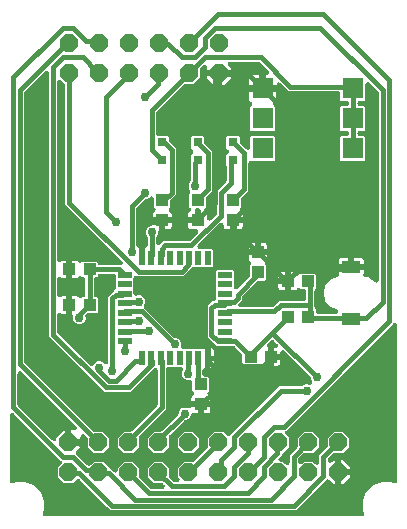
<source format=gbr>
G04 EAGLE Gerber RS-274X export*
G75*
%MOMM*%
%FSLAX34Y34*%
%LPD*%
%INTop Copper*%
%IPPOS*%
%AMOC8*
5,1,8,0,0,1.08239X$1,22.5*%
G01*
%ADD10R,1.800000X1.800000*%
%ADD11R,1.100000X1.000000*%
%ADD12R,1.000000X1.100000*%
%ADD13P,1.649562X8X202.500000*%
%ADD14R,0.800000X0.800000*%
%ADD15R,1.600000X1.050000*%
%ADD16R,0.500000X1.200000*%
%ADD17R,1.200000X0.500000*%
%ADD18P,1.649562X8X22.500000*%
%ADD19C,0.406400*%
%ADD20C,0.756400*%

G36*
X140188Y34292D02*
X140188Y34292D01*
X140197Y34291D01*
X140391Y34312D01*
X140580Y34331D01*
X140588Y34333D01*
X140597Y34334D01*
X140782Y34393D01*
X140965Y34449D01*
X140973Y34453D01*
X140981Y34456D01*
X141150Y34549D01*
X141319Y34641D01*
X141326Y34646D01*
X141334Y34651D01*
X141481Y34775D01*
X141628Y34898D01*
X141634Y34905D01*
X141641Y34911D01*
X141760Y35063D01*
X141881Y35212D01*
X141885Y35220D01*
X141890Y35227D01*
X141978Y35400D01*
X142066Y35569D01*
X142069Y35578D01*
X142073Y35586D01*
X142124Y35770D01*
X142177Y35956D01*
X142178Y35965D01*
X142181Y35974D01*
X142195Y36167D01*
X142210Y36358D01*
X142209Y36366D01*
X142210Y36375D01*
X142186Y36568D01*
X142163Y36757D01*
X142161Y36766D01*
X142160Y36775D01*
X142098Y36957D01*
X142039Y37140D01*
X142034Y37148D01*
X142031Y37156D01*
X141935Y37323D01*
X141841Y37491D01*
X141835Y37498D01*
X141830Y37505D01*
X141616Y37758D01*
X141014Y38360D01*
X140993Y38377D01*
X140976Y38398D01*
X140838Y38505D01*
X140702Y38615D01*
X140679Y38628D01*
X140657Y38644D01*
X140500Y38722D01*
X140346Y38804D01*
X140321Y38812D01*
X140297Y38824D01*
X140127Y38869D01*
X139961Y38919D01*
X139934Y38921D01*
X139908Y38928D01*
X139577Y38955D01*
X133112Y38955D01*
X127755Y44312D01*
X127755Y51888D01*
X133112Y57245D01*
X140688Y57245D01*
X146045Y51888D01*
X146045Y44231D01*
X146047Y44204D01*
X146045Y44177D01*
X146067Y44003D01*
X146085Y43830D01*
X146092Y43804D01*
X146096Y43778D01*
X146152Y43612D01*
X146203Y43445D01*
X146216Y43421D01*
X146224Y43396D01*
X146311Y43245D01*
X146395Y43091D01*
X146412Y43070D01*
X146425Y43047D01*
X146640Y42794D01*
X148960Y40474D01*
X148981Y40457D01*
X148999Y40436D01*
X149136Y40330D01*
X149272Y40219D01*
X149296Y40206D01*
X149317Y40190D01*
X149473Y40112D01*
X149628Y40030D01*
X149653Y40022D01*
X149677Y40010D01*
X149846Y39965D01*
X150013Y39915D01*
X150040Y39913D01*
X150066Y39906D01*
X150397Y39879D01*
X152685Y39879D01*
X152694Y39880D01*
X152703Y39879D01*
X152894Y39900D01*
X153085Y39919D01*
X153094Y39921D01*
X153103Y39922D01*
X153285Y39980D01*
X153470Y40037D01*
X153478Y40041D01*
X153487Y40044D01*
X153655Y40137D01*
X153824Y40229D01*
X153831Y40234D01*
X153839Y40239D01*
X153987Y40364D01*
X154134Y40486D01*
X154139Y40493D01*
X154146Y40499D01*
X154266Y40651D01*
X154386Y40800D01*
X154390Y40808D01*
X154396Y40815D01*
X154483Y40987D01*
X154571Y41157D01*
X154574Y41166D01*
X154578Y41174D01*
X154630Y41360D01*
X154683Y41544D01*
X154684Y41553D01*
X154686Y41562D01*
X154700Y41754D01*
X154716Y41946D01*
X154715Y41954D01*
X154715Y41963D01*
X154691Y42156D01*
X154669Y42345D01*
X154666Y42354D01*
X154665Y42363D01*
X154604Y42546D01*
X154544Y42728D01*
X154540Y42736D01*
X154537Y42744D01*
X154441Y42910D01*
X154346Y43079D01*
X154340Y43086D01*
X154336Y43093D01*
X154121Y43346D01*
X153155Y44312D01*
X153155Y51888D01*
X158512Y57245D01*
X165927Y57245D01*
X165954Y57247D01*
X165981Y57245D01*
X166155Y57267D01*
X166328Y57285D01*
X166353Y57292D01*
X166380Y57296D01*
X166546Y57351D01*
X166713Y57403D01*
X166736Y57416D01*
X166762Y57424D01*
X166913Y57511D01*
X167067Y57595D01*
X167087Y57612D01*
X167111Y57625D01*
X167364Y57840D01*
X177960Y68436D01*
X177977Y68457D01*
X177998Y68475D01*
X178105Y68612D01*
X178215Y68748D01*
X178228Y68771D01*
X178244Y68793D01*
X178322Y68950D01*
X178404Y69104D01*
X178412Y69129D01*
X178424Y69153D01*
X178469Y69323D01*
X178519Y69489D01*
X178521Y69516D01*
X178528Y69542D01*
X178555Y69873D01*
X178555Y77288D01*
X183912Y82645D01*
X191488Y82645D01*
X194583Y79550D01*
X194597Y79538D01*
X194608Y79525D01*
X194753Y79411D01*
X194894Y79295D01*
X194910Y79286D01*
X194924Y79275D01*
X195088Y79192D01*
X195250Y79106D01*
X195267Y79101D01*
X195283Y79093D01*
X195461Y79043D01*
X195636Y78991D01*
X195654Y78989D01*
X195671Y78985D01*
X195854Y78971D01*
X196037Y78955D01*
X196055Y78957D01*
X196073Y78955D01*
X196255Y78978D01*
X196437Y78998D01*
X196454Y79004D01*
X196472Y79006D01*
X196646Y79064D01*
X196821Y79120D01*
X196837Y79128D01*
X196854Y79134D01*
X197013Y79226D01*
X197174Y79314D01*
X197187Y79326D01*
X197203Y79335D01*
X197456Y79550D01*
X236132Y118226D01*
X238811Y120905D01*
X257846Y120905D01*
X257873Y120907D01*
X257900Y120905D01*
X258074Y120927D01*
X258247Y120945D01*
X258273Y120952D01*
X258299Y120956D01*
X258465Y121011D01*
X258632Y121063D01*
X258656Y121076D01*
X258681Y121084D01*
X258833Y121171D01*
X258986Y121255D01*
X259007Y121272D01*
X259030Y121285D01*
X259283Y121500D01*
X259630Y121847D01*
X261580Y122655D01*
X263692Y122655D01*
X264006Y122525D01*
X264014Y122522D01*
X264022Y122518D01*
X264209Y122463D01*
X264391Y122408D01*
X264400Y122407D01*
X264409Y122405D01*
X264602Y122388D01*
X264792Y122370D01*
X264801Y122371D01*
X264810Y122370D01*
X265000Y122392D01*
X265192Y122412D01*
X265201Y122414D01*
X265210Y122415D01*
X265392Y122474D01*
X265577Y122531D01*
X265585Y122536D01*
X265593Y122538D01*
X265761Y122632D01*
X265930Y122725D01*
X265937Y122730D01*
X265945Y122735D01*
X266090Y122859D01*
X266238Y122984D01*
X266244Y122991D01*
X266251Y122997D01*
X266368Y123147D01*
X266489Y123299D01*
X266493Y123307D01*
X266499Y123314D01*
X266585Y123485D01*
X266673Y123657D01*
X266676Y123665D01*
X266680Y123673D01*
X266730Y123859D01*
X266783Y124044D01*
X266783Y124053D01*
X266786Y124062D01*
X266799Y124256D01*
X266814Y124446D01*
X266813Y124454D01*
X266813Y124463D01*
X266788Y124656D01*
X266765Y124845D01*
X266762Y124854D01*
X266761Y124863D01*
X266660Y125179D01*
X265711Y127468D01*
X265711Y127959D01*
X265709Y127986D01*
X265711Y128013D01*
X265689Y128187D01*
X265671Y128360D01*
X265664Y128385D01*
X265660Y128412D01*
X265605Y128578D01*
X265553Y128745D01*
X265540Y128769D01*
X265532Y128794D01*
X265445Y128945D01*
X265361Y129099D01*
X265344Y129119D01*
X265331Y129143D01*
X265116Y129396D01*
X243528Y150984D01*
X243521Y150989D01*
X243516Y150996D01*
X243366Y151117D01*
X243217Y151239D01*
X243209Y151243D01*
X243202Y151249D01*
X243031Y151337D01*
X242861Y151427D01*
X242853Y151430D01*
X242845Y151434D01*
X242659Y151487D01*
X242475Y151542D01*
X242466Y151543D01*
X242458Y151545D01*
X242266Y151561D01*
X242074Y151579D01*
X242065Y151578D01*
X242056Y151578D01*
X241867Y151556D01*
X241674Y151535D01*
X241665Y151532D01*
X241657Y151531D01*
X241474Y151472D01*
X241290Y151414D01*
X241282Y151409D01*
X241274Y151407D01*
X241105Y151312D01*
X240938Y151219D01*
X240931Y151213D01*
X240923Y151209D01*
X240777Y151083D01*
X240631Y150958D01*
X240625Y150951D01*
X240618Y150946D01*
X240501Y150794D01*
X240381Y150642D01*
X240377Y150634D01*
X240372Y150627D01*
X240286Y150455D01*
X240199Y150284D01*
X240196Y150275D01*
X240192Y150267D01*
X240142Y150080D01*
X240091Y149896D01*
X240090Y149887D01*
X240088Y149878D01*
X240061Y149547D01*
X240061Y148549D01*
X234519Y148549D01*
X234519Y153591D01*
X236017Y153591D01*
X236026Y153592D01*
X236035Y153591D01*
X236229Y153612D01*
X236418Y153631D01*
X236426Y153633D01*
X236435Y153634D01*
X236620Y153693D01*
X236803Y153749D01*
X236811Y153753D01*
X236819Y153756D01*
X236987Y153848D01*
X237157Y153941D01*
X237164Y153946D01*
X237172Y153951D01*
X237319Y154075D01*
X237466Y154198D01*
X237472Y154205D01*
X237479Y154211D01*
X237598Y154363D01*
X237719Y154512D01*
X237723Y154520D01*
X237728Y154527D01*
X237816Y154700D01*
X237904Y154869D01*
X237907Y154878D01*
X237911Y154886D01*
X237963Y155072D01*
X238015Y155256D01*
X238016Y155265D01*
X238019Y155274D01*
X238033Y155467D01*
X238048Y155658D01*
X238047Y155666D01*
X238048Y155675D01*
X238024Y155868D01*
X238001Y156057D01*
X237999Y156066D01*
X237998Y156075D01*
X237936Y156257D01*
X237877Y156440D01*
X237872Y156448D01*
X237869Y156456D01*
X237773Y156623D01*
X237679Y156791D01*
X237673Y156798D01*
X237668Y156805D01*
X237454Y157058D01*
X234735Y159777D01*
X234722Y159788D01*
X234710Y159802D01*
X234566Y159916D01*
X234424Y160032D01*
X234408Y160040D01*
X234394Y160051D01*
X234230Y160135D01*
X234068Y160220D01*
X234051Y160225D01*
X234035Y160234D01*
X233857Y160283D01*
X233682Y160335D01*
X233664Y160337D01*
X233647Y160342D01*
X233464Y160355D01*
X233281Y160372D01*
X233263Y160370D01*
X233246Y160371D01*
X233064Y160348D01*
X232881Y160328D01*
X232864Y160323D01*
X232846Y160321D01*
X232673Y160262D01*
X232497Y160207D01*
X232481Y160198D01*
X232465Y160192D01*
X232306Y160101D01*
X232145Y160012D01*
X232131Y160000D01*
X232116Y159991D01*
X231863Y159777D01*
X229144Y157058D01*
X229139Y157051D01*
X229132Y157046D01*
X229011Y156896D01*
X228889Y156747D01*
X228885Y156739D01*
X228879Y156732D01*
X228791Y156562D01*
X228701Y156391D01*
X228698Y156382D01*
X228694Y156375D01*
X228641Y156190D01*
X228586Y156005D01*
X228585Y155996D01*
X228583Y155988D01*
X228567Y155797D01*
X228549Y155604D01*
X228550Y155595D01*
X228550Y155586D01*
X228572Y155397D01*
X228593Y155204D01*
X228596Y155195D01*
X228597Y155187D01*
X228656Y155004D01*
X228714Y154820D01*
X228719Y154812D01*
X228721Y154804D01*
X228816Y154635D01*
X228909Y154468D01*
X228915Y154461D01*
X228919Y154453D01*
X229045Y154307D01*
X229170Y154161D01*
X229177Y154155D01*
X229182Y154148D01*
X229334Y154031D01*
X229486Y153911D01*
X229494Y153907D01*
X229501Y153902D01*
X229521Y153892D01*
X229521Y146518D01*
X229522Y146500D01*
X229521Y146483D01*
X229542Y146300D01*
X229561Y146118D01*
X229566Y146101D01*
X229568Y146083D01*
X229581Y146042D01*
X229554Y145948D01*
X229552Y145930D01*
X229548Y145913D01*
X229521Y145582D01*
X229521Y138509D01*
X226185Y138509D01*
X225539Y138682D01*
X224960Y139017D01*
X224409Y139568D01*
X224342Y139661D01*
X224282Y139717D01*
X224229Y139780D01*
X224135Y139854D01*
X224047Y139935D01*
X223977Y139978D01*
X223913Y140030D01*
X223806Y140084D01*
X223704Y140146D01*
X223627Y140175D01*
X223554Y140212D01*
X223438Y140244D01*
X223327Y140285D01*
X223245Y140298D01*
X223166Y140320D01*
X223047Y140329D01*
X222929Y140347D01*
X222846Y140343D01*
X222764Y140349D01*
X222646Y140334D01*
X222526Y140329D01*
X222447Y140309D01*
X222365Y140299D01*
X222252Y140261D01*
X222136Y140232D01*
X222061Y140197D01*
X221983Y140171D01*
X221880Y140111D01*
X221772Y140060D01*
X221706Y140011D01*
X221634Y139970D01*
X221518Y139871D01*
X221449Y139819D01*
X221422Y139789D01*
X221381Y139755D01*
X221152Y139525D01*
X208888Y139525D01*
X207995Y140418D01*
X207995Y147203D01*
X207993Y147230D01*
X207995Y147257D01*
X207973Y147431D01*
X207955Y147604D01*
X207948Y147629D01*
X207944Y147656D01*
X207889Y147822D01*
X207837Y147989D01*
X207824Y148012D01*
X207816Y148038D01*
X207729Y148189D01*
X207645Y148343D01*
X207628Y148363D01*
X207615Y148387D01*
X207400Y148640D01*
X201290Y154750D01*
X201269Y154767D01*
X201251Y154788D01*
X201114Y154895D01*
X200978Y155005D01*
X200955Y155018D01*
X200933Y155034D01*
X200776Y155112D01*
X200622Y155194D01*
X200597Y155202D01*
X200573Y155214D01*
X200403Y155259D01*
X200237Y155309D01*
X200210Y155311D01*
X200184Y155318D01*
X199853Y155345D01*
X192262Y155345D01*
X192154Y155334D01*
X192082Y155334D01*
X191944Y155345D01*
X186506Y155345D01*
X186486Y155361D01*
X186462Y155374D01*
X186441Y155390D01*
X186284Y155468D01*
X186130Y155550D01*
X186105Y155558D01*
X186081Y155570D01*
X185911Y155615D01*
X185768Y155658D01*
X178053Y163373D01*
X178053Y188671D01*
X182931Y193549D01*
X183634Y193549D01*
X183652Y193551D01*
X183670Y193549D01*
X183852Y193570D01*
X184035Y193589D01*
X184052Y193594D01*
X184069Y193596D01*
X184244Y193653D01*
X184420Y193707D01*
X184435Y193715D01*
X184452Y193721D01*
X184612Y193811D01*
X184774Y193899D01*
X184787Y193910D01*
X184803Y193919D01*
X184942Y194039D01*
X185083Y194156D01*
X185094Y194170D01*
X185108Y194182D01*
X185220Y194327D01*
X185335Y194470D01*
X185343Y194486D01*
X185354Y194500D01*
X185436Y194665D01*
X185521Y194827D01*
X185526Y194844D01*
X185534Y194860D01*
X185581Y195039D01*
X185632Y195214D01*
X185634Y195232D01*
X185638Y195249D01*
X185665Y195580D01*
X185665Y203062D01*
X185676Y203205D01*
X185692Y203388D01*
X185690Y203406D01*
X185692Y203425D01*
X185669Y203605D01*
X185665Y203637D01*
X185665Y211062D01*
X185676Y211205D01*
X185692Y211388D01*
X185690Y211406D01*
X185692Y211425D01*
X185669Y211605D01*
X185665Y211637D01*
X185665Y218502D01*
X186558Y219395D01*
X199822Y219395D01*
X200715Y218502D01*
X200715Y211677D01*
X200704Y211535D01*
X200688Y211353D01*
X200690Y211335D01*
X200688Y211317D01*
X200711Y211134D01*
X200715Y211103D01*
X200715Y205061D01*
X200716Y205052D01*
X200715Y205043D01*
X200736Y204849D01*
X200755Y204660D01*
X200757Y204652D01*
X200758Y204643D01*
X200817Y204458D01*
X200873Y204275D01*
X200877Y204267D01*
X200880Y204259D01*
X200973Y204090D01*
X201065Y203921D01*
X201070Y203914D01*
X201075Y203906D01*
X201199Y203759D01*
X201322Y203612D01*
X201329Y203606D01*
X201335Y203599D01*
X201487Y203480D01*
X201636Y203359D01*
X201644Y203355D01*
X201651Y203350D01*
X201824Y203262D01*
X201993Y203174D01*
X202002Y203171D01*
X202010Y203167D01*
X202196Y203115D01*
X202380Y203063D01*
X202389Y203062D01*
X202398Y203059D01*
X202591Y203045D01*
X202782Y203030D01*
X202790Y203031D01*
X202799Y203030D01*
X202992Y203054D01*
X203181Y203077D01*
X203190Y203079D01*
X203199Y203080D01*
X203381Y203142D01*
X203564Y203201D01*
X203572Y203206D01*
X203580Y203209D01*
X203747Y203305D01*
X203915Y203399D01*
X203922Y203405D01*
X203929Y203410D01*
X204182Y203624D01*
X213860Y213302D01*
X213877Y213323D01*
X213898Y213340D01*
X214005Y213478D01*
X214115Y213614D01*
X214128Y213637D01*
X214144Y213659D01*
X214222Y213816D01*
X214304Y213970D01*
X214312Y213995D01*
X214324Y214019D01*
X214369Y214189D01*
X214419Y214355D01*
X214421Y214382D01*
X214428Y214408D01*
X214455Y214739D01*
X214455Y223692D01*
X214685Y223921D01*
X214737Y223985D01*
X214796Y224042D01*
X214864Y224140D01*
X214940Y224233D01*
X214979Y224305D01*
X215025Y224373D01*
X215073Y224483D01*
X215129Y224589D01*
X215152Y224667D01*
X215185Y224743D01*
X215209Y224860D01*
X215243Y224974D01*
X215251Y225057D01*
X215268Y225137D01*
X215269Y225256D01*
X215280Y225375D01*
X215271Y225457D01*
X215272Y225540D01*
X215249Y225657D01*
X215236Y225776D01*
X215212Y225854D01*
X215196Y225935D01*
X215151Y226046D01*
X215115Y226160D01*
X215075Y226232D01*
X215044Y226308D01*
X214978Y226407D01*
X214920Y226512D01*
X214867Y226575D01*
X214821Y226643D01*
X214737Y226728D01*
X214660Y226819D01*
X214595Y226870D01*
X214537Y226928D01*
X214478Y226969D01*
X213947Y227500D01*
X213612Y228079D01*
X213439Y228725D01*
X213439Y232061D01*
X220512Y232061D01*
X220530Y232062D01*
X220547Y232061D01*
X220730Y232082D01*
X220912Y232101D01*
X220929Y232106D01*
X220947Y232108D01*
X220988Y232121D01*
X221082Y232094D01*
X221100Y232092D01*
X221117Y232088D01*
X221448Y232061D01*
X228521Y232061D01*
X228521Y228725D01*
X228348Y228079D01*
X228013Y227500D01*
X227462Y226949D01*
X227369Y226882D01*
X227313Y226822D01*
X227250Y226769D01*
X227176Y226675D01*
X227095Y226587D01*
X227052Y226517D01*
X227000Y226453D01*
X226946Y226346D01*
X226884Y226244D01*
X226855Y226167D01*
X226818Y226094D01*
X226786Y225978D01*
X226745Y225867D01*
X226732Y225785D01*
X226710Y225706D01*
X226701Y225587D01*
X226683Y225469D01*
X226687Y225386D01*
X226681Y225304D01*
X226696Y225186D01*
X226701Y225066D01*
X226721Y224987D01*
X226731Y224905D01*
X226769Y224792D01*
X226798Y224676D01*
X226833Y224601D01*
X226859Y224523D01*
X226919Y224420D01*
X226970Y224312D01*
X227019Y224246D01*
X227060Y224174D01*
X227159Y224058D01*
X227211Y223989D01*
X227241Y223962D01*
X227275Y223921D01*
X227505Y223692D01*
X227505Y211428D01*
X226612Y210535D01*
X221995Y210535D01*
X221968Y210533D01*
X221941Y210535D01*
X221767Y210513D01*
X221594Y210495D01*
X221568Y210488D01*
X221542Y210484D01*
X221376Y210428D01*
X221209Y210377D01*
X221185Y210364D01*
X221160Y210356D01*
X221009Y210269D01*
X220855Y210185D01*
X220835Y210168D01*
X220811Y210155D01*
X220558Y209940D01*
X208114Y197496D01*
X208097Y197475D01*
X208076Y197457D01*
X207969Y197320D01*
X207859Y197184D01*
X207846Y197161D01*
X207830Y197139D01*
X207752Y196982D01*
X207670Y196828D01*
X207662Y196803D01*
X207650Y196779D01*
X207605Y196609D01*
X207555Y196443D01*
X207553Y196416D01*
X207546Y196390D01*
X207519Y196059D01*
X207519Y194107D01*
X205320Y191908D01*
X205320Y191907D01*
X204840Y191428D01*
X204835Y191421D01*
X204828Y191416D01*
X204707Y191266D01*
X204585Y191117D01*
X204581Y191109D01*
X204575Y191102D01*
X204487Y190932D01*
X204397Y190761D01*
X204394Y190752D01*
X204390Y190745D01*
X204337Y190560D01*
X204282Y190375D01*
X204281Y190366D01*
X204279Y190358D01*
X204263Y190165D01*
X204245Y189974D01*
X204246Y189965D01*
X204246Y189956D01*
X204268Y189767D01*
X204289Y189574D01*
X204292Y189565D01*
X204293Y189557D01*
X204352Y189373D01*
X204410Y189190D01*
X204415Y189182D01*
X204417Y189174D01*
X204512Y189005D01*
X204605Y188838D01*
X204611Y188831D01*
X204615Y188823D01*
X204741Y188678D01*
X204866Y188531D01*
X204873Y188525D01*
X204878Y188518D01*
X205029Y188401D01*
X205181Y188281D01*
X205190Y188277D01*
X205197Y188272D01*
X205369Y188186D01*
X205540Y188099D01*
X205549Y188096D01*
X205557Y188092D01*
X205745Y188042D01*
X205928Y187991D01*
X205937Y187990D01*
X205946Y187988D01*
X206277Y187961D01*
X232381Y187961D01*
X232408Y187963D01*
X232435Y187961D01*
X232609Y187983D01*
X232782Y188001D01*
X232807Y188008D01*
X232834Y188012D01*
X233000Y188067D01*
X233167Y188119D01*
X233190Y188132D01*
X233216Y188140D01*
X233367Y188227D01*
X233521Y188311D01*
X233541Y188328D01*
X233565Y188341D01*
X233818Y188556D01*
X238811Y193549D01*
X259842Y193549D01*
X259860Y193551D01*
X259878Y193549D01*
X260060Y193570D01*
X260243Y193589D01*
X260260Y193594D01*
X260277Y193596D01*
X260452Y193653D01*
X260628Y193707D01*
X260643Y193715D01*
X260660Y193721D01*
X260820Y193811D01*
X260982Y193899D01*
X260995Y193910D01*
X261011Y193919D01*
X261150Y194039D01*
X261291Y194156D01*
X261302Y194170D01*
X261316Y194182D01*
X261428Y194327D01*
X261543Y194470D01*
X261551Y194486D01*
X261562Y194500D01*
X261644Y194665D01*
X261729Y194827D01*
X261734Y194844D01*
X261742Y194860D01*
X261789Y195039D01*
X261840Y195214D01*
X261842Y195232D01*
X261846Y195249D01*
X261873Y195580D01*
X261873Y201444D01*
X261871Y201462D01*
X261873Y201480D01*
X261852Y201662D01*
X261833Y201845D01*
X261828Y201862D01*
X261826Y201879D01*
X261769Y202054D01*
X261715Y202230D01*
X261707Y202245D01*
X261701Y202262D01*
X261611Y202422D01*
X261523Y202584D01*
X261512Y202597D01*
X261503Y202613D01*
X261383Y202752D01*
X261266Y202893D01*
X261252Y202904D01*
X261240Y202918D01*
X261095Y203030D01*
X260952Y203145D01*
X260936Y203153D01*
X260922Y203164D01*
X260757Y203246D01*
X260595Y203331D01*
X260578Y203336D01*
X260562Y203344D01*
X260383Y203391D01*
X260208Y203442D01*
X260190Y203444D01*
X260173Y203448D01*
X259842Y203475D01*
X257368Y203475D01*
X257139Y203705D01*
X257075Y203757D01*
X257018Y203817D01*
X256919Y203885D01*
X256827Y203960D01*
X256754Y203999D01*
X256686Y204046D01*
X256577Y204093D01*
X256472Y204149D01*
X256392Y204172D01*
X256317Y204205D01*
X256200Y204230D01*
X256086Y204264D01*
X256003Y204271D01*
X255923Y204288D01*
X255803Y204289D01*
X255685Y204300D01*
X255603Y204291D01*
X255520Y204292D01*
X255403Y204269D01*
X255284Y204257D01*
X255206Y204232D01*
X255125Y204216D01*
X255014Y204171D01*
X254901Y204135D01*
X254828Y204095D01*
X254752Y204064D01*
X254653Y203998D01*
X254548Y203940D01*
X254485Y203887D01*
X254417Y203841D01*
X254332Y203757D01*
X254241Y203680D01*
X254190Y203615D01*
X254132Y203557D01*
X254091Y203498D01*
X253560Y202967D01*
X252981Y202632D01*
X252335Y202459D01*
X248999Y202459D01*
X248999Y209532D01*
X248997Y209550D01*
X248999Y209567D01*
X248978Y209749D01*
X248959Y209932D01*
X248954Y209949D01*
X248952Y209967D01*
X248939Y210008D01*
X248966Y210102D01*
X248968Y210120D01*
X248972Y210137D01*
X248999Y210468D01*
X248999Y217541D01*
X252335Y217541D01*
X252981Y217368D01*
X253560Y217033D01*
X254111Y216483D01*
X254178Y216389D01*
X254238Y216333D01*
X254291Y216270D01*
X254385Y216196D01*
X254472Y216115D01*
X254543Y216072D01*
X254607Y216020D01*
X254714Y215966D01*
X254815Y215904D01*
X254893Y215875D01*
X254966Y215838D01*
X255081Y215806D01*
X255193Y215765D01*
X255275Y215752D01*
X255354Y215730D01*
X255473Y215721D01*
X255591Y215703D01*
X255673Y215707D01*
X255756Y215701D01*
X255874Y215716D01*
X255993Y215721D01*
X256073Y215741D01*
X256155Y215751D01*
X256268Y215789D01*
X256384Y215818D01*
X256459Y215853D01*
X256537Y215879D01*
X256640Y215939D01*
X256748Y215990D01*
X256814Y216039D01*
X256886Y216080D01*
X257002Y216179D01*
X257071Y216230D01*
X257098Y216261D01*
X257139Y216295D01*
X257368Y216525D01*
X269632Y216525D01*
X270525Y215632D01*
X270525Y204368D01*
X269582Y203425D01*
X269565Y203405D01*
X269544Y203387D01*
X269437Y203249D01*
X269327Y203114D01*
X269314Y203090D01*
X269298Y203069D01*
X269220Y202912D01*
X269138Y202758D01*
X269130Y202733D01*
X269118Y202709D01*
X269073Y202539D01*
X269023Y202372D01*
X269021Y202346D01*
X269014Y202320D01*
X268987Y201989D01*
X268987Y188011D01*
X268989Y187984D01*
X268987Y187958D01*
X269009Y187784D01*
X269027Y187610D01*
X269035Y187585D01*
X269038Y187558D01*
X269093Y187393D01*
X269145Y187225D01*
X269158Y187202D01*
X269166Y187176D01*
X269253Y187025D01*
X269337Y186871D01*
X269354Y186851D01*
X269367Y186828D01*
X269582Y186575D01*
X270025Y186132D01*
X270025Y184404D01*
X270027Y184386D01*
X270025Y184368D01*
X270046Y184186D01*
X270065Y184003D01*
X270070Y183986D01*
X270072Y183969D01*
X270129Y183794D01*
X270183Y183618D01*
X270191Y183603D01*
X270197Y183586D01*
X270287Y183426D01*
X270375Y183264D01*
X270386Y183251D01*
X270395Y183235D01*
X270515Y183096D01*
X270632Y182955D01*
X270646Y182944D01*
X270658Y182930D01*
X270803Y182818D01*
X270946Y182703D01*
X270962Y182695D01*
X270976Y182684D01*
X271141Y182602D01*
X271303Y182517D01*
X271320Y182512D01*
X271336Y182504D01*
X271515Y182457D01*
X271690Y182406D01*
X271708Y182404D01*
X271725Y182400D01*
X272056Y182373D01*
X287082Y182373D01*
X287117Y182376D01*
X287152Y182374D01*
X287317Y182396D01*
X287482Y182413D01*
X287516Y182423D01*
X287551Y182428D01*
X287708Y182482D01*
X287867Y182531D01*
X287898Y182548D01*
X287932Y182559D01*
X288075Y182643D01*
X288221Y182723D01*
X288248Y182745D01*
X288279Y182763D01*
X288403Y182874D01*
X288531Y182980D01*
X288553Y183008D01*
X288579Y183031D01*
X288679Y183164D01*
X288783Y183294D01*
X288799Y183325D01*
X288820Y183354D01*
X288892Y183504D01*
X288968Y183651D01*
X288978Y183685D01*
X288993Y183717D01*
X289034Y183878D01*
X289080Y184038D01*
X289083Y184073D01*
X289091Y184108D01*
X289099Y184274D01*
X289113Y184440D01*
X289109Y184474D01*
X289110Y184510D01*
X289085Y184674D01*
X289066Y184839D01*
X289055Y184873D01*
X289050Y184908D01*
X288993Y185064D01*
X288941Y185222D01*
X288924Y185253D01*
X288912Y185286D01*
X288825Y185428D01*
X288743Y185573D01*
X288720Y185599D01*
X288702Y185630D01*
X288589Y185752D01*
X288480Y185877D01*
X288452Y185899D01*
X288428Y185925D01*
X288293Y186022D01*
X288162Y186124D01*
X288130Y186140D01*
X288102Y186161D01*
X287802Y186303D01*
X287801Y186303D01*
X287801Y186304D01*
X284621Y187510D01*
X284620Y187510D01*
X282844Y188184D01*
X278287Y193328D01*
X276642Y200000D01*
X278287Y206672D01*
X282844Y211816D01*
X288311Y213890D01*
X288416Y213942D01*
X288525Y213985D01*
X288596Y214032D01*
X288672Y214069D01*
X288764Y214141D01*
X288863Y214205D01*
X288923Y214264D01*
X288990Y214316D01*
X289066Y214405D01*
X289150Y214487D01*
X289198Y214557D01*
X289253Y214621D01*
X289310Y214723D01*
X289376Y214820D01*
X289409Y214898D01*
X289451Y214972D01*
X289487Y215083D01*
X289532Y215191D01*
X289549Y215274D01*
X289575Y215355D01*
X289589Y215471D01*
X289612Y215586D01*
X289612Y215670D01*
X289622Y215754D01*
X289613Y215871D01*
X289613Y215989D01*
X289595Y216086D01*
X289589Y216156D01*
X289570Y216221D01*
X289553Y216315D01*
X289459Y216666D01*
X289459Y219626D01*
X299407Y219626D01*
X299425Y219627D01*
X299442Y219626D01*
X299625Y219647D01*
X299807Y219666D01*
X299824Y219671D01*
X299842Y219673D01*
X299998Y219724D01*
X300052Y219709D01*
X300227Y219659D01*
X300245Y219657D01*
X300262Y219653D01*
X300593Y219626D01*
X310541Y219626D01*
X310541Y216665D01*
X310417Y216205D01*
X310391Y216046D01*
X310359Y215888D01*
X310359Y215848D01*
X310352Y215807D01*
X310358Y215647D01*
X310357Y215486D01*
X310365Y215446D01*
X310367Y215405D01*
X310404Y215249D01*
X310435Y215091D01*
X310451Y215053D01*
X310460Y215013D01*
X310528Y214868D01*
X310589Y214719D01*
X310612Y214685D01*
X310629Y214648D01*
X310724Y214518D01*
X310814Y214385D01*
X310843Y214356D01*
X310867Y214323D01*
X310986Y214214D01*
X311100Y214101D01*
X311134Y214079D01*
X311164Y214051D01*
X311302Y213968D01*
X311436Y213880D01*
X311474Y213865D01*
X311509Y213844D01*
X311660Y213790D01*
X311809Y213729D01*
X311854Y213720D01*
X311888Y213708D01*
X311974Y213695D01*
X312134Y213663D01*
X314091Y213425D01*
X320156Y209239D01*
X320179Y209226D01*
X320200Y209209D01*
X320355Y209129D01*
X320509Y209044D01*
X320534Y209036D01*
X320557Y209024D01*
X320725Y208975D01*
X320892Y208923D01*
X320919Y208920D01*
X320944Y208912D01*
X321119Y208898D01*
X321293Y208879D01*
X321319Y208882D01*
X321346Y208879D01*
X321519Y208900D01*
X321694Y208916D01*
X321719Y208923D01*
X321745Y208926D01*
X321912Y208981D01*
X322080Y209031D01*
X322103Y209043D01*
X322128Y209051D01*
X322281Y209137D01*
X322435Y209219D01*
X322456Y209236D01*
X322479Y209249D01*
X322611Y209363D01*
X322747Y209474D01*
X322763Y209495D01*
X322784Y209512D01*
X322890Y209650D01*
X323002Y209786D01*
X323014Y209809D01*
X323030Y209830D01*
X323108Y209987D01*
X323190Y210142D01*
X323198Y210167D01*
X323210Y210191D01*
X323255Y210361D01*
X323305Y210528D01*
X323307Y210554D01*
X323314Y210580D01*
X323341Y210910D01*
X323341Y369287D01*
X323339Y369314D01*
X323341Y369341D01*
X323319Y369515D01*
X323301Y369688D01*
X323294Y369713D01*
X323290Y369740D01*
X323235Y369906D01*
X323183Y370073D01*
X323170Y370097D01*
X323162Y370122D01*
X323075Y370273D01*
X322991Y370427D01*
X322974Y370447D01*
X322961Y370471D01*
X322746Y370724D01*
X315452Y378018D01*
X315445Y378023D01*
X315440Y378030D01*
X315290Y378151D01*
X315141Y378273D01*
X315133Y378277D01*
X315126Y378283D01*
X314956Y378371D01*
X314785Y378461D01*
X314776Y378464D01*
X314769Y378468D01*
X314584Y378521D01*
X314399Y378576D01*
X314390Y378577D01*
X314382Y378579D01*
X314190Y378595D01*
X313998Y378613D01*
X313989Y378612D01*
X313980Y378612D01*
X313791Y378590D01*
X313598Y378569D01*
X313589Y378566D01*
X313581Y378565D01*
X313399Y378506D01*
X313214Y378448D01*
X313206Y378443D01*
X313198Y378441D01*
X313029Y378346D01*
X312862Y378253D01*
X312855Y378247D01*
X312847Y378243D01*
X312701Y378117D01*
X312555Y377992D01*
X312549Y377985D01*
X312542Y377980D01*
X312424Y377826D01*
X312305Y377676D01*
X312301Y377668D01*
X312296Y377661D01*
X312210Y377489D01*
X312123Y377318D01*
X312120Y377309D01*
X312116Y377301D01*
X312066Y377114D01*
X312015Y376930D01*
X312014Y376921D01*
X312012Y376912D01*
X311985Y376581D01*
X311985Y363598D01*
X311092Y362705D01*
X307340Y362705D01*
X307322Y362703D01*
X307304Y362705D01*
X307122Y362684D01*
X306939Y362665D01*
X306922Y362660D01*
X306905Y362658D01*
X306730Y362601D01*
X306554Y362547D01*
X306539Y362539D01*
X306522Y362533D01*
X306362Y362443D01*
X306200Y362355D01*
X306187Y362344D01*
X306171Y362335D01*
X306032Y362215D01*
X305891Y362098D01*
X305880Y362084D01*
X305866Y362072D01*
X305754Y361927D01*
X305639Y361784D01*
X305631Y361768D01*
X305620Y361754D01*
X305538Y361589D01*
X305453Y361427D01*
X305448Y361410D01*
X305440Y361394D01*
X305393Y361215D01*
X305342Y361040D01*
X305340Y361022D01*
X305336Y361005D01*
X305309Y360674D01*
X305309Y360386D01*
X305311Y360368D01*
X305309Y360350D01*
X305330Y360168D01*
X305349Y359985D01*
X305354Y359968D01*
X305356Y359951D01*
X305413Y359776D01*
X305467Y359600D01*
X305475Y359585D01*
X305481Y359568D01*
X305571Y359408D01*
X305659Y359246D01*
X305670Y359233D01*
X305679Y359217D01*
X305799Y359078D01*
X305916Y358937D01*
X305930Y358926D01*
X305942Y358912D01*
X306087Y358800D01*
X306230Y358685D01*
X306246Y358677D01*
X306260Y358666D01*
X306425Y358584D01*
X306587Y358499D01*
X306604Y358494D01*
X306620Y358486D01*
X306799Y358439D01*
X306974Y358388D01*
X306992Y358386D01*
X307009Y358382D01*
X307340Y358355D01*
X311092Y358355D01*
X311985Y357462D01*
X311985Y338198D01*
X311092Y337305D01*
X307340Y337305D01*
X307322Y337303D01*
X307304Y337305D01*
X307122Y337284D01*
X306939Y337265D01*
X306922Y337260D01*
X306905Y337258D01*
X306730Y337201D01*
X306554Y337147D01*
X306539Y337139D01*
X306522Y337133D01*
X306362Y337043D01*
X306200Y336955D01*
X306187Y336944D01*
X306171Y336935D01*
X306032Y336815D01*
X305891Y336698D01*
X305880Y336684D01*
X305866Y336672D01*
X305754Y336527D01*
X305639Y336384D01*
X305631Y336368D01*
X305620Y336354D01*
X305538Y336189D01*
X305453Y336027D01*
X305448Y336010D01*
X305440Y335994D01*
X305393Y335815D01*
X305342Y335640D01*
X305340Y335622D01*
X305336Y335605D01*
X305309Y335274D01*
X305309Y335086D01*
X305311Y335068D01*
X305309Y335050D01*
X305330Y334868D01*
X305349Y334685D01*
X305354Y334668D01*
X305356Y334651D01*
X305413Y334476D01*
X305467Y334300D01*
X305475Y334285D01*
X305481Y334268D01*
X305571Y334108D01*
X305659Y333946D01*
X305670Y333933D01*
X305679Y333917D01*
X305799Y333778D01*
X305916Y333637D01*
X305930Y333626D01*
X305942Y333612D01*
X306087Y333500D01*
X306230Y333385D01*
X306246Y333377D01*
X306260Y333366D01*
X306425Y333284D01*
X306587Y333199D01*
X306604Y333194D01*
X306620Y333186D01*
X306799Y333139D01*
X306974Y333088D01*
X306992Y333086D01*
X307009Y333082D01*
X307340Y333055D01*
X311092Y333055D01*
X311985Y332162D01*
X311985Y312898D01*
X311092Y312005D01*
X291828Y312005D01*
X290935Y312898D01*
X290935Y332162D01*
X291828Y333055D01*
X296164Y333055D01*
X296182Y333057D01*
X296200Y333055D01*
X296382Y333076D01*
X296565Y333095D01*
X296582Y333100D01*
X296599Y333102D01*
X296774Y333159D01*
X296950Y333213D01*
X296965Y333221D01*
X296982Y333227D01*
X297142Y333317D01*
X297304Y333405D01*
X297317Y333416D01*
X297333Y333425D01*
X297472Y333545D01*
X297613Y333662D01*
X297624Y333676D01*
X297638Y333688D01*
X297750Y333833D01*
X297865Y333976D01*
X297873Y333992D01*
X297884Y334006D01*
X297966Y334171D01*
X298051Y334333D01*
X298056Y334350D01*
X298064Y334366D01*
X298111Y334545D01*
X298162Y334720D01*
X298164Y334738D01*
X298168Y334755D01*
X298195Y335086D01*
X298195Y335274D01*
X298193Y335292D01*
X298195Y335310D01*
X298174Y335491D01*
X298155Y335675D01*
X298150Y335692D01*
X298148Y335709D01*
X298091Y335884D01*
X298037Y336060D01*
X298029Y336075D01*
X298023Y336092D01*
X297933Y336252D01*
X297845Y336414D01*
X297834Y336427D01*
X297825Y336443D01*
X297705Y336582D01*
X297588Y336723D01*
X297574Y336734D01*
X297562Y336748D01*
X297417Y336860D01*
X297274Y336975D01*
X297258Y336983D01*
X297244Y336994D01*
X297079Y337076D01*
X296917Y337161D01*
X296900Y337166D01*
X296884Y337174D01*
X296705Y337221D01*
X296530Y337272D01*
X296512Y337274D01*
X296495Y337278D01*
X296164Y337305D01*
X291828Y337305D01*
X290935Y338198D01*
X290935Y357462D01*
X291828Y358355D01*
X296164Y358355D01*
X296182Y358357D01*
X296200Y358355D01*
X296382Y358376D01*
X296565Y358395D01*
X296582Y358400D01*
X296599Y358402D01*
X296774Y358459D01*
X296950Y358513D01*
X296965Y358521D01*
X296982Y358527D01*
X297142Y358617D01*
X297304Y358705D01*
X297317Y358716D01*
X297333Y358725D01*
X297472Y358845D01*
X297613Y358962D01*
X297624Y358976D01*
X297638Y358988D01*
X297750Y359133D01*
X297865Y359276D01*
X297873Y359292D01*
X297884Y359306D01*
X297966Y359471D01*
X298051Y359633D01*
X298056Y359650D01*
X298064Y359666D01*
X298111Y359845D01*
X298162Y360020D01*
X298164Y360038D01*
X298168Y360055D01*
X298195Y360386D01*
X298195Y360674D01*
X298193Y360692D01*
X298195Y360710D01*
X298174Y360892D01*
X298155Y361075D01*
X298150Y361092D01*
X298148Y361109D01*
X298091Y361284D01*
X298037Y361460D01*
X298029Y361475D01*
X298023Y361492D01*
X297933Y361652D01*
X297845Y361814D01*
X297834Y361827D01*
X297825Y361843D01*
X297705Y361982D01*
X297588Y362123D01*
X297574Y362134D01*
X297562Y362148D01*
X297417Y362260D01*
X297274Y362375D01*
X297258Y362383D01*
X297244Y362394D01*
X297079Y362476D01*
X296917Y362561D01*
X296900Y362566D01*
X296884Y362574D01*
X296705Y362621D01*
X296530Y362672D01*
X296512Y362674D01*
X296495Y362678D01*
X296164Y362705D01*
X291828Y362705D01*
X290935Y363598D01*
X290935Y368808D01*
X290933Y368826D01*
X290935Y368844D01*
X290914Y369026D01*
X290895Y369209D01*
X290890Y369226D01*
X290888Y369243D01*
X290831Y369418D01*
X290777Y369594D01*
X290769Y369609D01*
X290763Y369626D01*
X290673Y369786D01*
X290585Y369948D01*
X290574Y369961D01*
X290565Y369977D01*
X290445Y370116D01*
X290328Y370257D01*
X290314Y370268D01*
X290302Y370282D01*
X290157Y370394D01*
X290014Y370509D01*
X289998Y370517D01*
X289984Y370528D01*
X289819Y370610D01*
X289657Y370695D01*
X289640Y370700D01*
X289624Y370708D01*
X289445Y370755D01*
X289270Y370806D01*
X289252Y370808D01*
X289235Y370812D01*
X288904Y370839D01*
X247193Y370839D01*
X240268Y377764D01*
X240261Y377769D01*
X240256Y377776D01*
X240106Y377897D01*
X239957Y378019D01*
X239949Y378023D01*
X239942Y378029D01*
X239772Y378117D01*
X239601Y378207D01*
X239592Y378210D01*
X239585Y378214D01*
X239400Y378267D01*
X239215Y378322D01*
X239206Y378323D01*
X239198Y378325D01*
X239006Y378341D01*
X238814Y378359D01*
X238805Y378358D01*
X238796Y378358D01*
X238607Y378336D01*
X238414Y378315D01*
X238405Y378312D01*
X238397Y378311D01*
X238215Y378252D01*
X238030Y378194D01*
X238022Y378189D01*
X238014Y378187D01*
X237845Y378092D01*
X237678Y377999D01*
X237671Y377993D01*
X237663Y377989D01*
X237517Y377863D01*
X237371Y377738D01*
X237365Y377731D01*
X237358Y377726D01*
X237241Y377574D01*
X237121Y377422D01*
X237117Y377414D01*
X237112Y377407D01*
X237026Y377235D01*
X236939Y377064D01*
X236936Y377055D01*
X236932Y377047D01*
X236882Y376859D01*
X236831Y376676D01*
X236830Y376667D01*
X236828Y376658D01*
X236801Y376327D01*
X236801Y376229D01*
X228259Y376229D01*
X228259Y384771D01*
X228357Y384771D01*
X228366Y384772D01*
X228375Y384771D01*
X228569Y384792D01*
X228758Y384811D01*
X228766Y384813D01*
X228775Y384814D01*
X228959Y384872D01*
X229143Y384929D01*
X229151Y384933D01*
X229159Y384936D01*
X229328Y385029D01*
X229497Y385121D01*
X229504Y385126D01*
X229512Y385131D01*
X229659Y385255D01*
X229806Y385378D01*
X229812Y385385D01*
X229819Y385391D01*
X229938Y385542D01*
X230059Y385692D01*
X230063Y385700D01*
X230068Y385707D01*
X230156Y385880D01*
X230244Y386049D01*
X230247Y386058D01*
X230251Y386066D01*
X230303Y386252D01*
X230355Y386436D01*
X230356Y386445D01*
X230359Y386454D01*
X230373Y386647D01*
X230388Y386838D01*
X230387Y386846D01*
X230388Y386855D01*
X230364Y387048D01*
X230341Y387237D01*
X230339Y387246D01*
X230338Y387255D01*
X230276Y387438D01*
X230217Y387620D01*
X230212Y387628D01*
X230209Y387636D01*
X230113Y387803D01*
X230019Y387971D01*
X230013Y387978D01*
X230008Y387985D01*
X229794Y388238D01*
X222642Y395390D01*
X222621Y395407D01*
X222603Y395428D01*
X222466Y395535D01*
X222330Y395645D01*
X222307Y395658D01*
X222285Y395674D01*
X222128Y395752D01*
X221974Y395834D01*
X221949Y395842D01*
X221925Y395854D01*
X221755Y395899D01*
X221589Y395949D01*
X221562Y395951D01*
X221536Y395958D01*
X221205Y395985D01*
X197748Y395985D01*
X197739Y395984D01*
X197730Y395985D01*
X197538Y395964D01*
X197347Y395945D01*
X197339Y395943D01*
X197330Y395942D01*
X197148Y395884D01*
X196962Y395827D01*
X196955Y395823D01*
X196946Y395820D01*
X196778Y395727D01*
X196608Y395635D01*
X196602Y395630D01*
X196594Y395625D01*
X196446Y395500D01*
X196299Y395378D01*
X196294Y395371D01*
X196287Y395365D01*
X196167Y395213D01*
X196047Y395064D01*
X196043Y395056D01*
X196037Y395049D01*
X195949Y394876D01*
X195861Y394707D01*
X195859Y394698D01*
X195855Y394690D01*
X195803Y394504D01*
X195750Y394320D01*
X195749Y394311D01*
X195747Y394302D01*
X195733Y394110D01*
X195717Y393918D01*
X195718Y393910D01*
X195717Y393901D01*
X195742Y393708D01*
X195764Y393519D01*
X195767Y393510D01*
X195768Y393501D01*
X195829Y393318D01*
X195889Y393136D01*
X195893Y393128D01*
X195896Y393120D01*
X195991Y392954D01*
X196087Y392785D01*
X196093Y392778D01*
X196097Y392771D01*
X196312Y392518D01*
X198121Y390709D01*
X198121Y389039D01*
X188468Y389039D01*
X188450Y389037D01*
X188433Y389039D01*
X188250Y389018D01*
X188068Y388999D01*
X188051Y388994D01*
X188033Y388992D01*
X187955Y388967D01*
X187818Y389006D01*
X187800Y389008D01*
X187783Y389012D01*
X187452Y389039D01*
X177799Y389039D01*
X177799Y391385D01*
X177798Y391394D01*
X177799Y391403D01*
X177778Y391597D01*
X177759Y391786D01*
X177757Y391794D01*
X177756Y391803D01*
X177697Y391988D01*
X177641Y392171D01*
X177637Y392179D01*
X177634Y392187D01*
X177541Y392356D01*
X177449Y392525D01*
X177444Y392532D01*
X177439Y392540D01*
X177315Y392687D01*
X177192Y392834D01*
X177185Y392840D01*
X177179Y392847D01*
X177027Y392966D01*
X176878Y393087D01*
X176870Y393091D01*
X176863Y393096D01*
X176690Y393184D01*
X176521Y393272D01*
X176512Y393275D01*
X176504Y393279D01*
X176318Y393331D01*
X176134Y393383D01*
X176125Y393384D01*
X176116Y393387D01*
X175923Y393401D01*
X175732Y393416D01*
X175724Y393415D01*
X175715Y393416D01*
X175522Y393392D01*
X175333Y393369D01*
X175324Y393367D01*
X175315Y393366D01*
X175133Y393304D01*
X174950Y393245D01*
X174942Y393240D01*
X174934Y393237D01*
X174767Y393141D01*
X174599Y393047D01*
X174592Y393041D01*
X174585Y393036D01*
X174332Y392822D01*
X172300Y390790D01*
X172283Y390769D01*
X172262Y390752D01*
X172155Y390614D01*
X172045Y390478D01*
X172032Y390455D01*
X172016Y390433D01*
X171938Y390276D01*
X171856Y390122D01*
X171848Y390097D01*
X171836Y390073D01*
X171791Y389903D01*
X171741Y389737D01*
X171739Y389710D01*
X171732Y389684D01*
X171705Y389353D01*
X171705Y382712D01*
X166348Y377355D01*
X159707Y377355D01*
X159680Y377353D01*
X159653Y377355D01*
X159479Y377333D01*
X159306Y377315D01*
X159280Y377308D01*
X159254Y377304D01*
X159088Y377249D01*
X158921Y377197D01*
X158897Y377184D01*
X158872Y377176D01*
X158721Y377089D01*
X158567Y377005D01*
X158547Y376988D01*
X158523Y376975D01*
X158270Y376760D01*
X135470Y353960D01*
X135453Y353939D01*
X135432Y353921D01*
X135325Y353784D01*
X135215Y353648D01*
X135202Y353625D01*
X135186Y353603D01*
X135108Y353446D01*
X135026Y353292D01*
X135018Y353267D01*
X135006Y353243D01*
X134961Y353073D01*
X134911Y352907D01*
X134909Y352880D01*
X134902Y352854D01*
X134875Y352523D01*
X134875Y335056D01*
X134877Y335038D01*
X134875Y335020D01*
X134896Y334838D01*
X134915Y334655D01*
X134920Y334638D01*
X134922Y334621D01*
X134979Y334446D01*
X135033Y334270D01*
X135041Y334255D01*
X135047Y334238D01*
X135137Y334078D01*
X135225Y333916D01*
X135236Y333903D01*
X135245Y333887D01*
X135365Y333748D01*
X135482Y333607D01*
X135496Y333596D01*
X135508Y333582D01*
X135653Y333470D01*
X135796Y333355D01*
X135812Y333347D01*
X135826Y333336D01*
X135991Y333254D01*
X136153Y333169D01*
X136170Y333164D01*
X136186Y333156D01*
X136365Y333109D01*
X136540Y333058D01*
X136558Y333056D01*
X136575Y333052D01*
X136906Y333025D01*
X144632Y333025D01*
X145525Y332132D01*
X145525Y329739D01*
X145527Y329712D01*
X145525Y329685D01*
X145547Y329511D01*
X145565Y329338D01*
X145572Y329313D01*
X145576Y329286D01*
X145631Y329120D01*
X145683Y328953D01*
X145696Y328930D01*
X145704Y328904D01*
X145791Y328753D01*
X145875Y328599D01*
X145892Y328579D01*
X145905Y328555D01*
X146120Y328302D01*
X151639Y322783D01*
X151639Y283515D01*
X147620Y279496D01*
X147603Y279475D01*
X147582Y279457D01*
X147475Y279320D01*
X147365Y279184D01*
X147352Y279161D01*
X147336Y279139D01*
X147258Y278982D01*
X147176Y278828D01*
X147168Y278803D01*
X147156Y278779D01*
X147111Y278609D01*
X147061Y278443D01*
X147059Y278416D01*
X147052Y278390D01*
X147025Y278059D01*
X147025Y272868D01*
X146161Y272005D01*
X146109Y271941D01*
X146050Y271884D01*
X145982Y271786D01*
X145906Y271693D01*
X145867Y271621D01*
X145821Y271553D01*
X145773Y271443D01*
X145717Y271338D01*
X145694Y271259D01*
X145661Y271183D01*
X145637Y271066D01*
X145603Y270952D01*
X145595Y270870D01*
X145578Y270789D01*
X145577Y270670D01*
X145566Y270551D01*
X145575Y270469D01*
X145574Y270387D01*
X145597Y270269D01*
X145610Y270150D01*
X145634Y270072D01*
X145650Y269991D01*
X145695Y269881D01*
X145731Y269767D01*
X145771Y269695D01*
X145802Y269619D01*
X145868Y269519D01*
X145926Y269414D01*
X145979Y269351D01*
X146024Y269283D01*
X146109Y269199D01*
X146186Y269107D01*
X146251Y269056D01*
X146309Y268998D01*
X146434Y268911D01*
X146502Y268858D01*
X146539Y268839D01*
X146582Y268809D01*
X147060Y268533D01*
X147533Y268060D01*
X147868Y267481D01*
X148041Y266835D01*
X148041Y263999D01*
X140468Y263999D01*
X140450Y263997D01*
X140433Y263999D01*
X140250Y263978D01*
X140068Y263959D01*
X140051Y263954D01*
X140033Y263952D01*
X139992Y263939D01*
X139898Y263966D01*
X139880Y263968D01*
X139863Y263972D01*
X139532Y263999D01*
X131959Y263999D01*
X131959Y266835D01*
X132132Y267481D01*
X132467Y268060D01*
X132940Y268533D01*
X133418Y268809D01*
X133485Y268857D01*
X133557Y268897D01*
X133648Y268974D01*
X133745Y269044D01*
X133801Y269104D01*
X133864Y269157D01*
X133938Y269251D01*
X134020Y269339D01*
X134063Y269409D01*
X134114Y269473D01*
X134168Y269580D01*
X134230Y269682D01*
X134259Y269759D01*
X134296Y269832D01*
X134328Y269947D01*
X134369Y270060D01*
X134382Y270141D01*
X134404Y270220D01*
X134413Y270340D01*
X134431Y270458D01*
X134427Y270540D01*
X134433Y270622D01*
X134418Y270741D01*
X134413Y270860D01*
X134393Y270940D01*
X134383Y271021D01*
X134345Y271135D01*
X134316Y271251D01*
X134281Y271325D01*
X134255Y271403D01*
X134195Y271506D01*
X134144Y271615D01*
X134095Y271681D01*
X134054Y271752D01*
X133955Y271868D01*
X133903Y271937D01*
X133873Y271965D01*
X133839Y272005D01*
X132975Y272868D01*
X132975Y279825D01*
X132974Y279833D01*
X132975Y279842D01*
X132954Y280034D01*
X132935Y280225D01*
X132933Y280234D01*
X132932Y280243D01*
X132874Y280425D01*
X132817Y280610D01*
X132813Y280618D01*
X132810Y280626D01*
X132717Y280795D01*
X132625Y280964D01*
X132620Y280971D01*
X132615Y280979D01*
X132490Y281127D01*
X132368Y281273D01*
X132361Y281279D01*
X132355Y281286D01*
X132204Y281405D01*
X132054Y281526D01*
X132046Y281530D01*
X132039Y281535D01*
X131868Y281622D01*
X131697Y281711D01*
X131688Y281714D01*
X131680Y281718D01*
X131495Y281769D01*
X131310Y281823D01*
X131301Y281823D01*
X131292Y281826D01*
X131100Y281840D01*
X130908Y281855D01*
X130900Y281854D01*
X130891Y281855D01*
X130700Y281831D01*
X130509Y281809D01*
X130500Y281806D01*
X130491Y281805D01*
X130310Y281744D01*
X130126Y281684D01*
X130118Y281679D01*
X130110Y281676D01*
X129944Y281581D01*
X129775Y281486D01*
X129768Y281480D01*
X129761Y281476D01*
X129508Y281261D01*
X128736Y280489D01*
X126786Y279681D01*
X126295Y279681D01*
X126268Y279679D01*
X126241Y279681D01*
X126067Y279659D01*
X125894Y279641D01*
X125869Y279634D01*
X125842Y279630D01*
X125676Y279575D01*
X125509Y279523D01*
X125486Y279510D01*
X125460Y279502D01*
X125309Y279415D01*
X125155Y279331D01*
X125135Y279314D01*
X125111Y279301D01*
X124858Y279086D01*
X118706Y272934D01*
X118689Y272913D01*
X118668Y272895D01*
X118561Y272758D01*
X118451Y272622D01*
X118438Y272599D01*
X118422Y272577D01*
X118344Y272420D01*
X118262Y272266D01*
X118254Y272241D01*
X118242Y272217D01*
X118197Y272047D01*
X118147Y271881D01*
X118145Y271854D01*
X118138Y271828D01*
X118111Y271497D01*
X118111Y240442D01*
X118112Y240430D01*
X118111Y240418D01*
X118112Y240414D01*
X118111Y240406D01*
X118132Y240224D01*
X118151Y240041D01*
X118156Y240024D01*
X118158Y240007D01*
X118215Y239832D01*
X118269Y239656D01*
X118277Y239641D01*
X118283Y239624D01*
X118373Y239464D01*
X118461Y239302D01*
X118472Y239289D01*
X118481Y239273D01*
X118601Y239134D01*
X118718Y238993D01*
X118732Y238982D01*
X118744Y238968D01*
X118889Y238856D01*
X119032Y238741D01*
X119048Y238733D01*
X119062Y238722D01*
X119227Y238640D01*
X119389Y238555D01*
X119406Y238550D01*
X119422Y238542D01*
X119601Y238495D01*
X119776Y238444D01*
X119794Y238442D01*
X119811Y238438D01*
X120142Y238411D01*
X120659Y238411D01*
X120659Y229870D01*
X120660Y229853D01*
X120659Y229835D01*
X120680Y229652D01*
X120698Y229470D01*
X120704Y229453D01*
X120706Y229435D01*
X120763Y229260D01*
X120817Y229085D01*
X120825Y229069D01*
X120831Y229052D01*
X120921Y228892D01*
X121008Y228731D01*
X121020Y228717D01*
X121029Y228702D01*
X121149Y228562D01*
X121266Y228422D01*
X121280Y228410D01*
X121292Y228397D01*
X121437Y228284D01*
X121580Y228169D01*
X121596Y228161D01*
X121610Y228150D01*
X121775Y228068D01*
X121937Y227984D01*
X121954Y227979D01*
X121970Y227971D01*
X122148Y227923D01*
X122324Y227872D01*
X122342Y227871D01*
X122359Y227866D01*
X122690Y227839D01*
X122708Y227841D01*
X122725Y227839D01*
X122726Y227839D01*
X122908Y227861D01*
X123091Y227879D01*
X123108Y227884D01*
X123126Y227886D01*
X123300Y227943D01*
X123476Y227997D01*
X123491Y228006D01*
X123508Y228011D01*
X123669Y228102D01*
X123830Y228189D01*
X123843Y228200D01*
X123859Y228209D01*
X123998Y228329D01*
X124139Y228447D01*
X124150Y228461D01*
X124164Y228472D01*
X124276Y228617D01*
X124391Y228760D01*
X124400Y228776D01*
X124410Y228790D01*
X124492Y228955D01*
X124577Y229118D01*
X124582Y229135D01*
X124590Y229151D01*
X124638Y229329D01*
X124688Y229505D01*
X124690Y229522D01*
X124694Y229540D01*
X124721Y229870D01*
X124721Y238411D01*
X125730Y238411D01*
X125748Y238413D01*
X125766Y238411D01*
X125948Y238432D01*
X126131Y238451D01*
X126148Y238456D01*
X126165Y238458D01*
X126340Y238515D01*
X126516Y238569D01*
X126531Y238577D01*
X126548Y238583D01*
X126708Y238673D01*
X126870Y238761D01*
X126883Y238772D01*
X126899Y238781D01*
X127038Y238901D01*
X127179Y239018D01*
X127190Y239032D01*
X127204Y239044D01*
X127316Y239189D01*
X127431Y239332D01*
X127439Y239348D01*
X127450Y239362D01*
X127532Y239527D01*
X127617Y239689D01*
X127622Y239706D01*
X127630Y239722D01*
X127677Y239901D01*
X127728Y240076D01*
X127730Y240094D01*
X127734Y240111D01*
X127761Y240442D01*
X127761Y246670D01*
X127759Y246697D01*
X127761Y246724D01*
X127739Y246898D01*
X127721Y247071D01*
X127714Y247097D01*
X127710Y247123D01*
X127655Y247289D01*
X127603Y247456D01*
X127590Y247480D01*
X127582Y247505D01*
X127495Y247657D01*
X127411Y247810D01*
X127394Y247831D01*
X127381Y247854D01*
X127166Y248107D01*
X126819Y248454D01*
X126011Y250404D01*
X126011Y252516D01*
X126819Y254466D01*
X128312Y255959D01*
X130424Y256834D01*
X130538Y256871D01*
X130714Y256925D01*
X130729Y256933D01*
X130746Y256939D01*
X130906Y257029D01*
X131068Y257117D01*
X131081Y257128D01*
X131097Y257137D01*
X131236Y257257D01*
X131377Y257374D01*
X131388Y257388D01*
X131402Y257400D01*
X131514Y257545D01*
X131629Y257688D01*
X131637Y257704D01*
X131648Y257718D01*
X131730Y257883D01*
X131815Y258045D01*
X131820Y258062D01*
X131828Y258078D01*
X131875Y258257D01*
X131926Y258432D01*
X131928Y258450D01*
X131932Y258467D01*
X131959Y258798D01*
X131959Y259001D01*
X137501Y259001D01*
X137501Y253597D01*
X137487Y253589D01*
X137348Y253469D01*
X137207Y253352D01*
X137196Y253338D01*
X137182Y253326D01*
X137070Y253181D01*
X136955Y253038D01*
X136947Y253022D01*
X136936Y253008D01*
X136854Y252843D01*
X136769Y252681D01*
X136764Y252664D01*
X136756Y252648D01*
X136709Y252469D01*
X136658Y252294D01*
X136656Y252276D01*
X136652Y252259D01*
X136625Y251928D01*
X136625Y250404D01*
X135817Y248454D01*
X135470Y248107D01*
X135453Y248086D01*
X135432Y248069D01*
X135325Y247931D01*
X135215Y247795D01*
X135202Y247772D01*
X135186Y247751D01*
X135108Y247594D01*
X135026Y247440D01*
X135018Y247414D01*
X135006Y247390D01*
X134961Y247221D01*
X134911Y247054D01*
X134909Y247027D01*
X134902Y247001D01*
X134875Y246670D01*
X134875Y242599D01*
X134876Y242590D01*
X134875Y242581D01*
X134895Y242390D01*
X134915Y242198D01*
X134917Y242189D01*
X134918Y242180D01*
X134976Y241997D01*
X135033Y241813D01*
X135037Y241805D01*
X135040Y241797D01*
X135133Y241628D01*
X135225Y241459D01*
X135230Y241452D01*
X135235Y241444D01*
X135360Y241297D01*
X135482Y241150D01*
X135489Y241144D01*
X135495Y241137D01*
X135646Y241018D01*
X135796Y240897D01*
X135804Y240893D01*
X135811Y240888D01*
X135984Y240800D01*
X136153Y240712D01*
X136162Y240709D01*
X136170Y240705D01*
X136356Y240654D01*
X136540Y240601D01*
X136549Y240600D01*
X136558Y240597D01*
X136750Y240583D01*
X136942Y240568D01*
X136950Y240569D01*
X136959Y240568D01*
X137151Y240592D01*
X137341Y240615D01*
X137350Y240617D01*
X137359Y240618D01*
X137540Y240679D01*
X137724Y240739D01*
X137732Y240744D01*
X137740Y240747D01*
X137906Y240842D01*
X138075Y240937D01*
X138082Y240943D01*
X138089Y240948D01*
X138342Y241162D01*
X138821Y241641D01*
X138822Y241642D01*
X141021Y243841D01*
X162531Y243841D01*
X162558Y243843D01*
X162585Y243841D01*
X162759Y243863D01*
X162932Y243881D01*
X162957Y243888D01*
X162984Y243892D01*
X163150Y243947D01*
X163317Y243999D01*
X163341Y244012D01*
X163366Y244020D01*
X163517Y244107D01*
X163671Y244191D01*
X163691Y244208D01*
X163715Y244221D01*
X163968Y244436D01*
X170024Y250492D01*
X170029Y250499D01*
X170036Y250504D01*
X170157Y250654D01*
X170279Y250803D01*
X170283Y250811D01*
X170289Y250818D01*
X170377Y250988D01*
X170467Y251159D01*
X170470Y251168D01*
X170474Y251175D01*
X170527Y251360D01*
X170582Y251545D01*
X170583Y251554D01*
X170585Y251562D01*
X170601Y251754D01*
X170619Y251946D01*
X170618Y251955D01*
X170618Y251964D01*
X170596Y252153D01*
X170575Y252346D01*
X170572Y252355D01*
X170571Y252363D01*
X170512Y252545D01*
X170454Y252730D01*
X170449Y252738D01*
X170447Y252746D01*
X170352Y252915D01*
X170259Y253082D01*
X170253Y253089D01*
X170249Y253097D01*
X170123Y253243D01*
X169998Y253389D01*
X169991Y253395D01*
X169986Y253402D01*
X169834Y253519D01*
X169682Y253639D01*
X169674Y253643D01*
X169667Y253648D01*
X169495Y253734D01*
X169324Y253821D01*
X169315Y253824D01*
X169307Y253828D01*
X169120Y253878D01*
X168936Y253929D01*
X168927Y253930D01*
X168918Y253932D01*
X168587Y253959D01*
X164165Y253959D01*
X163519Y254132D01*
X162940Y254467D01*
X162467Y254940D01*
X162132Y255519D01*
X161959Y256165D01*
X161959Y259001D01*
X169532Y259001D01*
X169550Y259002D01*
X169567Y259001D01*
X169750Y259022D01*
X169932Y259041D01*
X169949Y259046D01*
X169967Y259048D01*
X170142Y259105D01*
X170317Y259159D01*
X170333Y259167D01*
X170350Y259173D01*
X170510Y259263D01*
X170671Y259350D01*
X170685Y259362D01*
X170701Y259371D01*
X170840Y259491D01*
X170981Y259608D01*
X170992Y259622D01*
X171005Y259634D01*
X171118Y259779D01*
X171233Y259922D01*
X171241Y259938D01*
X171252Y259952D01*
X171334Y260117D01*
X171348Y260144D01*
X171446Y260199D01*
X171608Y260287D01*
X171621Y260298D01*
X171637Y260307D01*
X171776Y260427D01*
X171917Y260545D01*
X171928Y260558D01*
X171942Y260570D01*
X172054Y260715D01*
X172169Y260858D01*
X172177Y260874D01*
X172188Y260888D01*
X172270Y261053D01*
X172355Y261216D01*
X172360Y261233D01*
X172368Y261249D01*
X172415Y261427D01*
X172466Y261602D01*
X172468Y261620D01*
X172472Y261637D01*
X172499Y261968D01*
X172499Y269944D01*
X172497Y269962D01*
X172499Y269980D01*
X172478Y270162D01*
X172459Y270345D01*
X172454Y270362D01*
X172452Y270379D01*
X172395Y270554D01*
X172341Y270730D01*
X172333Y270745D01*
X172327Y270762D01*
X172237Y270922D01*
X172149Y271084D01*
X172138Y271097D01*
X172129Y271113D01*
X172009Y271252D01*
X171892Y271393D01*
X171878Y271404D01*
X171866Y271418D01*
X171721Y271530D01*
X171578Y271645D01*
X171562Y271653D01*
X171548Y271664D01*
X171383Y271746D01*
X171221Y271831D01*
X171204Y271836D01*
X171188Y271844D01*
X171009Y271891D01*
X170834Y271942D01*
X170816Y271944D01*
X170799Y271948D01*
X170468Y271975D01*
X169532Y271975D01*
X169514Y271973D01*
X169496Y271975D01*
X169314Y271954D01*
X169131Y271935D01*
X169114Y271930D01*
X169097Y271928D01*
X168922Y271871D01*
X168746Y271817D01*
X168731Y271809D01*
X168714Y271803D01*
X168554Y271713D01*
X168392Y271625D01*
X168379Y271614D01*
X168363Y271605D01*
X168224Y271485D01*
X168083Y271368D01*
X168072Y271354D01*
X168058Y271342D01*
X167946Y271197D01*
X167831Y271054D01*
X167823Y271038D01*
X167812Y271024D01*
X167730Y270859D01*
X167645Y270697D01*
X167640Y270680D01*
X167632Y270664D01*
X167584Y270485D01*
X167534Y270310D01*
X167532Y270292D01*
X167528Y270275D01*
X167501Y269944D01*
X167501Y263999D01*
X161959Y263999D01*
X161959Y266835D01*
X162132Y267481D01*
X162467Y268060D01*
X162940Y268533D01*
X163418Y268809D01*
X163485Y268857D01*
X163557Y268897D01*
X163648Y268974D01*
X163745Y269044D01*
X163801Y269104D01*
X163864Y269157D01*
X163938Y269251D01*
X164020Y269339D01*
X164063Y269409D01*
X164113Y269473D01*
X164168Y269580D01*
X164230Y269682D01*
X164259Y269759D01*
X164296Y269832D01*
X164328Y269948D01*
X164369Y270060D01*
X164382Y270141D01*
X164404Y270220D01*
X164413Y270340D01*
X164431Y270458D01*
X164427Y270540D01*
X164433Y270622D01*
X164418Y270741D01*
X164413Y270860D01*
X164393Y270940D01*
X164383Y271021D01*
X164345Y271135D01*
X164316Y271251D01*
X164281Y271325D01*
X164255Y271403D01*
X164195Y271506D01*
X164144Y271615D01*
X164095Y271681D01*
X164054Y271752D01*
X163955Y271868D01*
X163903Y271937D01*
X163873Y271965D01*
X163839Y272005D01*
X162975Y272868D01*
X162975Y284132D01*
X163341Y284497D01*
X163352Y284511D01*
X163366Y284523D01*
X163480Y284667D01*
X163596Y284809D01*
X163605Y284825D01*
X163616Y284839D01*
X163699Y285003D01*
X163785Y285165D01*
X163790Y285182D01*
X163798Y285198D01*
X163847Y285375D01*
X163900Y285551D01*
X163901Y285568D01*
X163906Y285586D01*
X163919Y285768D01*
X163936Y285952D01*
X163934Y285969D01*
X163935Y285987D01*
X163912Y286169D01*
X163893Y286352D01*
X163887Y286369D01*
X163885Y286387D01*
X163827Y286559D01*
X163771Y286736D01*
X163762Y286751D01*
X163757Y286768D01*
X163665Y286927D01*
X163576Y287088D01*
X163565Y287102D01*
X163556Y287117D01*
X163341Y287370D01*
X163141Y287570D01*
X162333Y289520D01*
X162333Y291632D01*
X163141Y293582D01*
X163488Y293929D01*
X163505Y293950D01*
X163526Y293967D01*
X163632Y294105D01*
X163743Y294241D01*
X163756Y294264D01*
X163772Y294285D01*
X163850Y294442D01*
X163932Y294596D01*
X163940Y294622D01*
X163952Y294646D01*
X163997Y294815D01*
X164047Y294982D01*
X164049Y295009D01*
X164056Y295035D01*
X164083Y295365D01*
X164083Y310136D01*
X164083Y310137D01*
X164083Y310138D01*
X164081Y311650D01*
X164135Y311716D01*
X164148Y311739D01*
X164164Y311761D01*
X164242Y311918D01*
X164324Y312072D01*
X164332Y312097D01*
X164344Y312121D01*
X164389Y312291D01*
X164439Y312457D01*
X164441Y312484D01*
X164448Y312510D01*
X164475Y312841D01*
X164475Y317132D01*
X165907Y318564D01*
X165919Y318578D01*
X165932Y318589D01*
X166046Y318733D01*
X166162Y318875D01*
X166171Y318891D01*
X166182Y318905D01*
X166265Y319069D01*
X166351Y319231D01*
X166356Y319248D01*
X166364Y319264D01*
X166414Y319441D01*
X166466Y319617D01*
X166467Y319635D01*
X166472Y319652D01*
X166486Y319835D01*
X166502Y320018D01*
X166500Y320036D01*
X166502Y320053D01*
X166479Y320235D01*
X166459Y320418D01*
X166453Y320435D01*
X166451Y320453D01*
X166393Y320627D01*
X166337Y320802D01*
X166329Y320818D01*
X166323Y320834D01*
X166231Y320993D01*
X166143Y321154D01*
X166131Y321168D01*
X166122Y321183D01*
X165907Y321436D01*
X164475Y322868D01*
X164475Y332132D01*
X165368Y333025D01*
X174632Y333025D01*
X175525Y332132D01*
X175525Y327679D01*
X175527Y327652D01*
X175525Y327625D01*
X175547Y327451D01*
X175565Y327278D01*
X175572Y327253D01*
X175576Y327226D01*
X175631Y327060D01*
X175683Y326893D01*
X175696Y326870D01*
X175704Y326844D01*
X175791Y326693D01*
X175875Y326539D01*
X175892Y326519D01*
X175905Y326495D01*
X176120Y326242D01*
X182373Y319989D01*
X182373Y286309D01*
X177620Y281556D01*
X177603Y281535D01*
X177582Y281518D01*
X177475Y281380D01*
X177365Y281244D01*
X177352Y281221D01*
X177336Y281199D01*
X177258Y281043D01*
X177176Y280889D01*
X177168Y280863D01*
X177156Y280839D01*
X177111Y280670D01*
X177061Y280503D01*
X177059Y280476D01*
X177052Y280450D01*
X177025Y280119D01*
X177025Y272868D01*
X176161Y272005D01*
X176109Y271941D01*
X176050Y271884D01*
X175982Y271786D01*
X175906Y271693D01*
X175867Y271621D01*
X175821Y271553D01*
X175773Y271443D01*
X175717Y271337D01*
X175694Y271259D01*
X175661Y271183D01*
X175637Y271066D01*
X175603Y270952D01*
X175595Y270870D01*
X175578Y270789D01*
X175577Y270670D01*
X175566Y270551D01*
X175575Y270469D01*
X175574Y270387D01*
X175597Y270269D01*
X175610Y270150D01*
X175634Y270072D01*
X175650Y269991D01*
X175695Y269881D01*
X175731Y269767D01*
X175771Y269695D01*
X175802Y269619D01*
X175868Y269519D01*
X175926Y269414D01*
X175979Y269352D01*
X176024Y269283D01*
X176109Y269198D01*
X176186Y269107D01*
X176251Y269056D01*
X176309Y268998D01*
X176435Y268911D01*
X176502Y268858D01*
X176538Y268839D01*
X176582Y268809D01*
X177060Y268533D01*
X177533Y268060D01*
X177868Y267481D01*
X178041Y266835D01*
X178041Y263413D01*
X178042Y263404D01*
X178041Y263395D01*
X178062Y263203D01*
X178081Y263012D01*
X178083Y263003D01*
X178084Y262995D01*
X178142Y262812D01*
X178199Y262627D01*
X178203Y262619D01*
X178206Y262611D01*
X178299Y262442D01*
X178391Y262273D01*
X178396Y262266D01*
X178401Y262258D01*
X178525Y262111D01*
X178648Y261964D01*
X178655Y261958D01*
X178661Y261951D01*
X178812Y261832D01*
X178962Y261711D01*
X178970Y261707D01*
X178977Y261702D01*
X179150Y261614D01*
X179319Y261526D01*
X179328Y261523D01*
X179336Y261519D01*
X179522Y261467D01*
X179706Y261415D01*
X179715Y261414D01*
X179724Y261411D01*
X179917Y261397D01*
X180108Y261382D01*
X180116Y261383D01*
X180125Y261382D01*
X180318Y261406D01*
X180507Y261429D01*
X180516Y261431D01*
X180525Y261432D01*
X180708Y261494D01*
X180890Y261553D01*
X180898Y261558D01*
X180906Y261561D01*
X181073Y261657D01*
X181241Y261751D01*
X181248Y261757D01*
X181255Y261762D01*
X181508Y261976D01*
X185840Y266308D01*
X185857Y266329D01*
X185878Y266347D01*
X185984Y266484D01*
X186095Y266620D01*
X186108Y266644D01*
X186124Y266665D01*
X186202Y266820D01*
X186284Y266976D01*
X186292Y267001D01*
X186304Y267025D01*
X186349Y267194D01*
X186399Y267361D01*
X186401Y267388D01*
X186408Y267414D01*
X186435Y267745D01*
X186435Y286461D01*
X194222Y294248D01*
X194239Y294269D01*
X194260Y294287D01*
X194367Y294424D01*
X194477Y294560D01*
X194490Y294583D01*
X194506Y294605D01*
X194584Y294762D01*
X194666Y294916D01*
X194674Y294941D01*
X194686Y294965D01*
X194731Y295135D01*
X194781Y295301D01*
X194783Y295328D01*
X194790Y295354D01*
X194817Y295685D01*
X194817Y306685D01*
X194815Y306712D01*
X194817Y306738D01*
X194795Y306912D01*
X194777Y307086D01*
X194770Y307111D01*
X194766Y307138D01*
X194711Y307303D01*
X194659Y307471D01*
X194646Y307494D01*
X194638Y307520D01*
X194551Y307671D01*
X194475Y307810D01*
X194475Y317132D01*
X195907Y318564D01*
X195919Y318578D01*
X195932Y318589D01*
X196046Y318733D01*
X196162Y318875D01*
X196171Y318891D01*
X196182Y318905D01*
X196265Y319069D01*
X196351Y319231D01*
X196356Y319248D01*
X196364Y319264D01*
X196414Y319441D01*
X196466Y319617D01*
X196467Y319635D01*
X196472Y319652D01*
X196486Y319835D01*
X196502Y320018D01*
X196500Y320036D01*
X196502Y320053D01*
X196479Y320235D01*
X196459Y320418D01*
X196453Y320435D01*
X196451Y320453D01*
X196393Y320627D01*
X196337Y320802D01*
X196329Y320818D01*
X196323Y320834D01*
X196231Y320993D01*
X196143Y321154D01*
X196131Y321168D01*
X196122Y321183D01*
X195907Y321436D01*
X194475Y322868D01*
X194475Y332132D01*
X195368Y333025D01*
X204632Y333025D01*
X205525Y332132D01*
X205525Y328413D01*
X205527Y328386D01*
X205525Y328359D01*
X205547Y328185D01*
X205565Y328012D01*
X205572Y327987D01*
X205576Y327960D01*
X205631Y327794D01*
X205683Y327627D01*
X205696Y327604D01*
X205704Y327578D01*
X205791Y327427D01*
X205875Y327273D01*
X205892Y327253D01*
X205905Y327229D01*
X206120Y326976D01*
X210428Y322668D01*
X211268Y321828D01*
X211275Y321823D01*
X211280Y321816D01*
X211429Y321696D01*
X211579Y321573D01*
X211587Y321569D01*
X211594Y321563D01*
X211763Y321476D01*
X211935Y321385D01*
X211944Y321382D01*
X211951Y321378D01*
X212135Y321325D01*
X212321Y321270D01*
X212330Y321269D01*
X212338Y321267D01*
X212529Y321251D01*
X212722Y321233D01*
X212731Y321234D01*
X212740Y321234D01*
X212929Y321256D01*
X213122Y321277D01*
X213131Y321280D01*
X213139Y321281D01*
X213322Y321340D01*
X213506Y321398D01*
X213514Y321403D01*
X213522Y321405D01*
X213691Y321500D01*
X213858Y321593D01*
X213865Y321599D01*
X213873Y321603D01*
X214019Y321730D01*
X214165Y321854D01*
X214171Y321861D01*
X214178Y321866D01*
X214296Y322019D01*
X214415Y322170D01*
X214419Y322177D01*
X214424Y322185D01*
X214511Y322358D01*
X214597Y322528D01*
X214600Y322537D01*
X214604Y322545D01*
X214654Y322733D01*
X214705Y322916D01*
X214706Y322925D01*
X214708Y322934D01*
X214735Y323265D01*
X214735Y332162D01*
X215628Y333055D01*
X234892Y333055D01*
X235785Y332162D01*
X235785Y312898D01*
X234892Y312005D01*
X215138Y312005D01*
X215120Y312003D01*
X215102Y312005D01*
X214920Y311984D01*
X214737Y311965D01*
X214720Y311960D01*
X214703Y311958D01*
X214528Y311901D01*
X214352Y311847D01*
X214337Y311839D01*
X214320Y311833D01*
X214160Y311743D01*
X213998Y311655D01*
X213985Y311644D01*
X213969Y311635D01*
X213830Y311515D01*
X213689Y311398D01*
X213678Y311384D01*
X213664Y311372D01*
X213552Y311227D01*
X213437Y311084D01*
X213429Y311068D01*
X213418Y311054D01*
X213336Y310889D01*
X213251Y310727D01*
X213246Y310710D01*
X213238Y310694D01*
X213191Y310515D01*
X213140Y310340D01*
X213138Y310322D01*
X213134Y310305D01*
X213107Y309974D01*
X213107Y286309D01*
X207620Y280822D01*
X207603Y280801D01*
X207582Y280784D01*
X207475Y280646D01*
X207365Y280510D01*
X207352Y280487D01*
X207336Y280465D01*
X207258Y280309D01*
X207176Y280155D01*
X207168Y280129D01*
X207156Y280105D01*
X207111Y279936D01*
X207061Y279769D01*
X207059Y279742D01*
X207052Y279716D01*
X207025Y279385D01*
X207025Y272868D01*
X206161Y272005D01*
X206109Y271941D01*
X206050Y271884D01*
X205982Y271786D01*
X205906Y271693D01*
X205867Y271621D01*
X205821Y271553D01*
X205773Y271443D01*
X205717Y271337D01*
X205694Y271259D01*
X205661Y271183D01*
X205637Y271066D01*
X205603Y270952D01*
X205595Y270870D01*
X205578Y270789D01*
X205577Y270670D01*
X205566Y270551D01*
X205575Y270469D01*
X205574Y270387D01*
X205597Y270269D01*
X205610Y270150D01*
X205634Y270072D01*
X205650Y269991D01*
X205695Y269881D01*
X205731Y269767D01*
X205771Y269695D01*
X205802Y269619D01*
X205868Y269519D01*
X205926Y269414D01*
X205979Y269352D01*
X206024Y269283D01*
X206109Y269198D01*
X206186Y269107D01*
X206251Y269056D01*
X206309Y268998D01*
X206435Y268911D01*
X206502Y268858D01*
X206538Y268839D01*
X206582Y268809D01*
X207060Y268533D01*
X207533Y268060D01*
X207868Y267481D01*
X208041Y266835D01*
X208041Y263999D01*
X200468Y263999D01*
X200450Y263997D01*
X200433Y263999D01*
X200250Y263978D01*
X200068Y263959D01*
X200051Y263954D01*
X200033Y263952D01*
X199858Y263895D01*
X199683Y263841D01*
X199667Y263833D01*
X199650Y263827D01*
X199490Y263737D01*
X199329Y263649D01*
X199315Y263638D01*
X199299Y263629D01*
X199160Y263509D01*
X199019Y263392D01*
X199008Y263378D01*
X198995Y263366D01*
X198882Y263221D01*
X198767Y263078D01*
X198759Y263062D01*
X198748Y263048D01*
X198666Y262883D01*
X198652Y262856D01*
X198554Y262801D01*
X198392Y262713D01*
X198379Y262702D01*
X198363Y262693D01*
X198224Y262573D01*
X198083Y262455D01*
X198072Y262442D01*
X198058Y262430D01*
X197946Y262285D01*
X197831Y262142D01*
X197823Y262126D01*
X197812Y262112D01*
X197730Y261947D01*
X197645Y261784D01*
X197640Y261767D01*
X197632Y261751D01*
X197584Y261573D01*
X197534Y261398D01*
X197532Y261380D01*
X197528Y261363D01*
X197501Y261032D01*
X197501Y253959D01*
X194165Y253959D01*
X193519Y254132D01*
X192940Y254467D01*
X192467Y254940D01*
X192132Y255519D01*
X191959Y256165D01*
X191959Y257463D01*
X191958Y257472D01*
X191959Y257481D01*
X191938Y257675D01*
X191919Y257864D01*
X191917Y257872D01*
X191916Y257881D01*
X191857Y258066D01*
X191801Y258249D01*
X191797Y258257D01*
X191794Y258265D01*
X191702Y258432D01*
X191609Y258603D01*
X191604Y258610D01*
X191599Y258618D01*
X191475Y258765D01*
X191352Y258912D01*
X191345Y258918D01*
X191339Y258925D01*
X191187Y259044D01*
X191038Y259165D01*
X191030Y259169D01*
X191023Y259174D01*
X190850Y259262D01*
X190681Y259350D01*
X190672Y259353D01*
X190664Y259357D01*
X190478Y259409D01*
X190294Y259461D01*
X190285Y259462D01*
X190276Y259465D01*
X190083Y259479D01*
X189892Y259494D01*
X189884Y259493D01*
X189875Y259494D01*
X189682Y259470D01*
X189493Y259447D01*
X189484Y259445D01*
X189475Y259444D01*
X189293Y259382D01*
X189110Y259323D01*
X189102Y259318D01*
X189094Y259315D01*
X188927Y259219D01*
X188759Y259125D01*
X188752Y259119D01*
X188745Y259114D01*
X188492Y258900D01*
X170454Y240862D01*
X170449Y240855D01*
X170442Y240850D01*
X170321Y240700D01*
X170199Y240551D01*
X170195Y240543D01*
X170189Y240536D01*
X170101Y240365D01*
X170011Y240195D01*
X170008Y240187D01*
X170004Y240179D01*
X169951Y239993D01*
X169896Y239809D01*
X169895Y239800D01*
X169893Y239792D01*
X169877Y239600D01*
X169859Y239408D01*
X169860Y239399D01*
X169860Y239390D01*
X169882Y239201D01*
X169903Y239008D01*
X169906Y238999D01*
X169907Y238991D01*
X169966Y238809D01*
X170024Y238624D01*
X170029Y238616D01*
X170031Y238608D01*
X170126Y238439D01*
X170219Y238272D01*
X170225Y238265D01*
X170229Y238257D01*
X170355Y238111D01*
X170480Y237965D01*
X170487Y237959D01*
X170492Y237952D01*
X170644Y237835D01*
X170796Y237715D01*
X170804Y237711D01*
X170811Y237706D01*
X170983Y237620D01*
X171154Y237533D01*
X171163Y237530D01*
X171171Y237526D01*
X171358Y237476D01*
X171542Y237425D01*
X171551Y237424D01*
X171560Y237422D01*
X171891Y237395D01*
X174382Y237395D01*
X174525Y237384D01*
X174708Y237368D01*
X174726Y237370D01*
X174745Y237368D01*
X174925Y237391D01*
X174957Y237395D01*
X181822Y237395D01*
X182715Y236502D01*
X182715Y223238D01*
X181822Y222345D01*
X174997Y222345D01*
X174855Y222356D01*
X174673Y222372D01*
X174655Y222370D01*
X174637Y222372D01*
X174454Y222349D01*
X174423Y222345D01*
X166749Y222345D01*
X166722Y222343D01*
X166695Y222345D01*
X166521Y222323D01*
X166348Y222305D01*
X166323Y222298D01*
X166296Y222294D01*
X166130Y222239D01*
X165963Y222187D01*
X165940Y222174D01*
X165914Y222166D01*
X165763Y222079D01*
X165609Y221995D01*
X165589Y221978D01*
X165565Y221965D01*
X165312Y221750D01*
X157937Y214375D01*
X118280Y214375D01*
X118130Y214420D01*
X118120Y214421D01*
X118112Y214423D01*
X117921Y214439D01*
X117729Y214457D01*
X117719Y214456D01*
X117710Y214456D01*
X117520Y214434D01*
X117328Y214413D01*
X117320Y214411D01*
X117311Y214409D01*
X117127Y214349D01*
X116944Y214292D01*
X116937Y214287D01*
X116928Y214285D01*
X116759Y214189D01*
X116592Y214097D01*
X116585Y214091D01*
X116577Y214087D01*
X116432Y213962D01*
X116285Y213837D01*
X116279Y213829D01*
X116272Y213824D01*
X116156Y213673D01*
X116035Y213521D01*
X116031Y213513D01*
X116026Y213505D01*
X115940Y213333D01*
X115853Y213162D01*
X115851Y213153D01*
X115846Y213145D01*
X115796Y212959D01*
X115745Y212774D01*
X115744Y212765D01*
X115742Y212756D01*
X115715Y212425D01*
X115715Y211677D01*
X115704Y211535D01*
X115688Y211353D01*
X115690Y211335D01*
X115688Y211317D01*
X115711Y211134D01*
X115715Y211103D01*
X115715Y203677D01*
X115704Y203535D01*
X115688Y203353D01*
X115690Y203335D01*
X115688Y203317D01*
X115711Y203134D01*
X115715Y203103D01*
X115715Y199736D01*
X115716Y199723D01*
X115715Y199709D01*
X115736Y199523D01*
X115755Y199335D01*
X115759Y199323D01*
X115760Y199309D01*
X115817Y199131D01*
X115873Y198951D01*
X115879Y198939D01*
X115883Y198926D01*
X115975Y198762D01*
X116065Y198597D01*
X116073Y198586D01*
X116080Y198575D01*
X116203Y198430D01*
X116322Y198287D01*
X116333Y198279D01*
X116341Y198269D01*
X116490Y198153D01*
X116636Y198035D01*
X116648Y198029D01*
X116658Y198021D01*
X116827Y197936D01*
X116993Y197849D01*
X117006Y197846D01*
X117018Y197840D01*
X117200Y197790D01*
X117380Y197738D01*
X117394Y197737D01*
X117407Y197733D01*
X117593Y197721D01*
X117782Y197705D01*
X117795Y197707D01*
X117808Y197706D01*
X117994Y197730D01*
X118181Y197752D01*
X118194Y197756D01*
X118207Y197758D01*
X118523Y197859D01*
X119086Y198093D01*
X121198Y198093D01*
X123148Y197285D01*
X124641Y195792D01*
X125449Y193842D01*
X125449Y191730D01*
X124560Y189584D01*
X124553Y189562D01*
X124543Y189543D01*
X124495Y189370D01*
X124443Y189198D01*
X124441Y189176D01*
X124435Y189155D01*
X124422Y188975D01*
X124405Y188798D01*
X124407Y188775D01*
X124406Y188753D01*
X124428Y188575D01*
X124447Y188397D01*
X124453Y188376D01*
X124456Y188354D01*
X124513Y188184D01*
X124566Y188013D01*
X124577Y187993D01*
X124584Y187972D01*
X124674Y187817D01*
X124760Y187660D01*
X124774Y187642D01*
X124785Y187623D01*
X125000Y187370D01*
X150004Y162366D01*
X150025Y162349D01*
X150043Y162328D01*
X150180Y162221D01*
X150316Y162111D01*
X150339Y162098D01*
X150361Y162082D01*
X150518Y162004D01*
X150672Y161922D01*
X150697Y161914D01*
X150721Y161902D01*
X150891Y161857D01*
X151057Y161807D01*
X151084Y161805D01*
X151110Y161798D01*
X151441Y161771D01*
X151932Y161771D01*
X153882Y160963D01*
X155375Y159470D01*
X156183Y157520D01*
X156183Y155408D01*
X156098Y155203D01*
X156094Y155191D01*
X156088Y155179D01*
X156036Y154998D01*
X155981Y154818D01*
X155980Y154805D01*
X155976Y154792D01*
X155961Y154603D01*
X155943Y154417D01*
X155945Y154404D01*
X155943Y154390D01*
X155965Y154204D01*
X155985Y154017D01*
X155989Y154004D01*
X155990Y153991D01*
X156049Y153812D01*
X156105Y153632D01*
X156111Y153621D01*
X156115Y153608D01*
X156208Y153444D01*
X156298Y153279D01*
X156307Y153269D01*
X156313Y153257D01*
X156436Y153115D01*
X156557Y152971D01*
X156568Y152963D01*
X156576Y152952D01*
X156724Y152838D01*
X156872Y152720D01*
X156884Y152714D01*
X156894Y152706D01*
X157063Y152622D01*
X157230Y152536D01*
X157243Y152532D01*
X157255Y152526D01*
X157437Y152477D01*
X157617Y152426D01*
X157631Y152425D01*
X157644Y152422D01*
X157974Y152395D01*
X158382Y152395D01*
X158525Y152384D01*
X158708Y152368D01*
X158726Y152370D01*
X158745Y152368D01*
X158925Y152391D01*
X158957Y152395D01*
X166382Y152395D01*
X166525Y152384D01*
X166708Y152368D01*
X166726Y152370D01*
X166745Y152368D01*
X166925Y152391D01*
X166957Y152395D01*
X173280Y152395D01*
X173307Y152397D01*
X173334Y152395D01*
X173507Y152417D01*
X173681Y152435D01*
X173706Y152442D01*
X173733Y152446D01*
X173899Y152501D01*
X174066Y152553D01*
X174089Y152566D01*
X174115Y152574D01*
X174266Y152661D01*
X174420Y152745D01*
X174440Y152762D01*
X174464Y152775D01*
X174582Y152875D01*
X175209Y153238D01*
X175855Y153411D01*
X176659Y153411D01*
X176659Y144870D01*
X176659Y136329D01*
X176022Y136329D01*
X176004Y136327D01*
X175986Y136329D01*
X175804Y136308D01*
X175621Y136289D01*
X175604Y136284D01*
X175587Y136282D01*
X175412Y136225D01*
X175236Y136171D01*
X175221Y136163D01*
X175204Y136157D01*
X175044Y136067D01*
X174882Y135979D01*
X174869Y135968D01*
X174853Y135959D01*
X174714Y135839D01*
X174573Y135722D01*
X174562Y135708D01*
X174548Y135696D01*
X174436Y135551D01*
X174321Y135408D01*
X174313Y135392D01*
X174302Y135378D01*
X174220Y135213D01*
X174135Y135051D01*
X174130Y135034D01*
X174122Y135018D01*
X174075Y134839D01*
X174024Y134664D01*
X174022Y134646D01*
X174018Y134629D01*
X173991Y134298D01*
X173991Y131356D01*
X173993Y131338D01*
X173991Y131320D01*
X174012Y131138D01*
X174031Y130955D01*
X174036Y130938D01*
X174038Y130921D01*
X174095Y130746D01*
X174149Y130570D01*
X174157Y130555D01*
X174163Y130538D01*
X174253Y130378D01*
X174341Y130216D01*
X174352Y130203D01*
X174361Y130187D01*
X174481Y130048D01*
X174598Y129907D01*
X174612Y129896D01*
X174624Y129882D01*
X174769Y129770D01*
X174912Y129655D01*
X174928Y129647D01*
X174942Y129636D01*
X175107Y129554D01*
X175269Y129469D01*
X175286Y129464D01*
X175302Y129456D01*
X175481Y129409D01*
X175656Y129358D01*
X175674Y129356D01*
X175691Y129352D01*
X176022Y129325D01*
X178852Y129325D01*
X179745Y128432D01*
X179745Y117168D01*
X178881Y116305D01*
X178829Y116241D01*
X178770Y116184D01*
X178702Y116086D01*
X178626Y115993D01*
X178587Y115921D01*
X178541Y115853D01*
X178493Y115743D01*
X178437Y115638D01*
X178414Y115559D01*
X178381Y115483D01*
X178357Y115366D01*
X178323Y115252D01*
X178315Y115170D01*
X178298Y115089D01*
X178297Y114970D01*
X178286Y114851D01*
X178295Y114769D01*
X178294Y114687D01*
X178317Y114569D01*
X178330Y114450D01*
X178354Y114372D01*
X178370Y114291D01*
X178415Y114181D01*
X178451Y114067D01*
X178491Y113995D01*
X178522Y113919D01*
X178588Y113819D01*
X178646Y113714D01*
X178699Y113651D01*
X178744Y113583D01*
X178829Y113499D01*
X178906Y113407D01*
X178971Y113356D01*
X179029Y113298D01*
X179154Y113211D01*
X179222Y113158D01*
X179259Y113139D01*
X179302Y113109D01*
X179780Y112833D01*
X180253Y112360D01*
X180588Y111781D01*
X180761Y111135D01*
X180761Y108299D01*
X173188Y108299D01*
X173170Y108297D01*
X173153Y108299D01*
X172970Y108278D01*
X172788Y108259D01*
X172771Y108254D01*
X172753Y108252D01*
X172712Y108239D01*
X172618Y108266D01*
X172600Y108268D01*
X172583Y108272D01*
X172252Y108299D01*
X164679Y108299D01*
X164679Y111135D01*
X164852Y111781D01*
X165187Y112360D01*
X165660Y112833D01*
X166138Y113109D01*
X166205Y113157D01*
X166277Y113197D01*
X166368Y113274D01*
X166465Y113344D01*
X166521Y113404D01*
X166584Y113457D01*
X166658Y113551D01*
X166740Y113639D01*
X166783Y113709D01*
X166834Y113773D01*
X166888Y113880D01*
X166950Y113982D01*
X166979Y114059D01*
X167016Y114132D01*
X167048Y114247D01*
X167089Y114360D01*
X167102Y114441D01*
X167124Y114520D01*
X167133Y114640D01*
X167151Y114758D01*
X167147Y114840D01*
X167153Y114922D01*
X167138Y115041D01*
X167133Y115160D01*
X167113Y115240D01*
X167103Y115321D01*
X167065Y115435D01*
X167036Y115551D01*
X167001Y115625D01*
X166975Y115703D01*
X166915Y115806D01*
X166864Y115915D01*
X166815Y115981D01*
X166774Y116052D01*
X166675Y116168D01*
X166623Y116237D01*
X166593Y116265D01*
X166559Y116305D01*
X165695Y117168D01*
X165695Y124043D01*
X165694Y124057D01*
X165695Y124070D01*
X165674Y124257D01*
X165655Y124444D01*
X165651Y124457D01*
X165650Y124470D01*
X165592Y124649D01*
X165537Y124829D01*
X165531Y124841D01*
X165527Y124853D01*
X165435Y125017D01*
X165345Y125183D01*
X165337Y125193D01*
X165330Y125205D01*
X165208Y125348D01*
X165088Y125492D01*
X165077Y125500D01*
X165068Y125511D01*
X164920Y125627D01*
X164774Y125744D01*
X164762Y125750D01*
X164751Y125759D01*
X164582Y125844D01*
X164417Y125930D01*
X164404Y125933D01*
X164392Y125940D01*
X164210Y125989D01*
X164030Y126041D01*
X164016Y126042D01*
X164003Y126046D01*
X163817Y126059D01*
X163628Y126074D01*
X163615Y126073D01*
X163602Y126073D01*
X163415Y126049D01*
X163229Y126027D01*
X163216Y126023D01*
X163202Y126021D01*
X163171Y126011D01*
X160996Y126011D01*
X159046Y126819D01*
X157553Y128312D01*
X156745Y130262D01*
X156745Y132374D01*
X157641Y134537D01*
X157645Y134550D01*
X157651Y134561D01*
X157703Y134742D01*
X157758Y134922D01*
X157759Y134935D01*
X157763Y134948D01*
X157778Y135136D01*
X157796Y135323D01*
X157794Y135336D01*
X157796Y135350D01*
X157774Y135537D01*
X157754Y135723D01*
X157750Y135736D01*
X157749Y135749D01*
X157690Y135929D01*
X157634Y136108D01*
X157628Y136119D01*
X157624Y136132D01*
X157532Y136295D01*
X157441Y136461D01*
X157432Y136471D01*
X157426Y136483D01*
X157303Y136625D01*
X157182Y136769D01*
X157171Y136777D01*
X157163Y136788D01*
X157014Y136903D01*
X156867Y137020D01*
X156855Y137026D01*
X156845Y137034D01*
X156676Y137118D01*
X156509Y137204D01*
X156496Y137208D01*
X156484Y137214D01*
X156301Y137263D01*
X156122Y137314D01*
X156108Y137315D01*
X156095Y137318D01*
X155765Y137345D01*
X150997Y137345D01*
X150855Y137356D01*
X150673Y137372D01*
X150655Y137370D01*
X150637Y137372D01*
X150454Y137349D01*
X150423Y137345D01*
X145288Y137345D01*
X145270Y137343D01*
X145252Y137345D01*
X145070Y137324D01*
X144887Y137305D01*
X144870Y137300D01*
X144853Y137298D01*
X144678Y137241D01*
X144502Y137187D01*
X144487Y137179D01*
X144470Y137173D01*
X144310Y137083D01*
X144148Y136995D01*
X144135Y136984D01*
X144119Y136975D01*
X143980Y136855D01*
X143839Y136738D01*
X143828Y136724D01*
X143814Y136712D01*
X143702Y136567D01*
X143587Y136424D01*
X143579Y136408D01*
X143568Y136394D01*
X143486Y136229D01*
X143401Y136067D01*
X143396Y136050D01*
X143388Y136034D01*
X143341Y135855D01*
X143290Y135680D01*
X143288Y135662D01*
X143284Y135645D01*
X143257Y135314D01*
X143257Y101905D01*
X121079Y79727D01*
X121067Y79713D01*
X121054Y79701D01*
X120940Y79557D01*
X120824Y79415D01*
X120815Y79399D01*
X120804Y79385D01*
X120721Y79221D01*
X120635Y79059D01*
X120630Y79042D01*
X120622Y79026D01*
X120572Y78849D01*
X120520Y78673D01*
X120518Y78656D01*
X120514Y78638D01*
X120500Y78456D01*
X120484Y78273D01*
X120486Y78255D01*
X120484Y78237D01*
X120507Y78056D01*
X120527Y77872D01*
X120533Y77855D01*
X120535Y77837D01*
X120593Y77664D01*
X120645Y77501D01*
X120645Y69712D01*
X115288Y64355D01*
X107712Y64355D01*
X102355Y69712D01*
X102355Y77288D01*
X107712Y82645D01*
X113095Y82645D01*
X113122Y82647D01*
X113149Y82645D01*
X113323Y82667D01*
X113496Y82685D01*
X113521Y82692D01*
X113548Y82696D01*
X113714Y82751D01*
X113881Y82803D01*
X113904Y82816D01*
X113930Y82824D01*
X114081Y82911D01*
X114235Y82995D01*
X114255Y83012D01*
X114279Y83025D01*
X114532Y83240D01*
X135548Y104256D01*
X135565Y104277D01*
X135586Y104295D01*
X135693Y104432D01*
X135803Y104568D01*
X135816Y104591D01*
X135832Y104613D01*
X135910Y104770D01*
X135992Y104924D01*
X136000Y104949D01*
X136012Y104973D01*
X136057Y105143D01*
X136107Y105309D01*
X136109Y105336D01*
X136116Y105362D01*
X136143Y105693D01*
X136143Y134591D01*
X136142Y134600D01*
X136143Y134609D01*
X136122Y134802D01*
X136103Y134992D01*
X136101Y135000D01*
X136100Y135009D01*
X136042Y135193D01*
X135985Y135377D01*
X135981Y135385D01*
X135978Y135393D01*
X135886Y135561D01*
X135793Y135731D01*
X135788Y135738D01*
X135783Y135746D01*
X135659Y135893D01*
X135536Y136040D01*
X135529Y136046D01*
X135523Y136053D01*
X135371Y136172D01*
X135222Y136293D01*
X135214Y136297D01*
X135207Y136302D01*
X135034Y136390D01*
X134865Y136478D01*
X134856Y136481D01*
X134848Y136485D01*
X134662Y136537D01*
X134478Y136589D01*
X134469Y136590D01*
X134460Y136593D01*
X134267Y136607D01*
X134076Y136622D01*
X134068Y136621D01*
X134059Y136622D01*
X133866Y136598D01*
X133677Y136575D01*
X133668Y136573D01*
X133659Y136572D01*
X133476Y136510D01*
X133294Y136451D01*
X133286Y136446D01*
X133278Y136443D01*
X133111Y136347D01*
X132943Y136253D01*
X132936Y136247D01*
X132929Y136242D01*
X132676Y136028D01*
X115912Y119264D01*
X113233Y116585D01*
X90729Y116585D01*
X43941Y163373D01*
X43941Y386051D01*
X43940Y386060D01*
X43941Y386069D01*
X43920Y386263D01*
X43901Y386452D01*
X43899Y386460D01*
X43898Y386469D01*
X43840Y386653D01*
X43783Y386837D01*
X43779Y386845D01*
X43776Y386853D01*
X43684Y387021D01*
X43591Y387191D01*
X43586Y387198D01*
X43581Y387206D01*
X43457Y387352D01*
X43334Y387500D01*
X43327Y387506D01*
X43321Y387513D01*
X43169Y387632D01*
X43020Y387753D01*
X43012Y387757D01*
X43005Y387762D01*
X42832Y387850D01*
X42663Y387938D01*
X42654Y387941D01*
X42646Y387945D01*
X42460Y387997D01*
X42276Y388049D01*
X42267Y388050D01*
X42258Y388053D01*
X42065Y388067D01*
X41874Y388082D01*
X41866Y388081D01*
X41857Y388082D01*
X41664Y388058D01*
X41475Y388035D01*
X41466Y388033D01*
X41457Y388032D01*
X41274Y387970D01*
X41092Y387911D01*
X41084Y387906D01*
X41076Y387903D01*
X40909Y387807D01*
X40741Y387713D01*
X40734Y387707D01*
X40727Y387702D01*
X40474Y387488D01*
X23710Y370724D01*
X23693Y370703D01*
X23672Y370685D01*
X23565Y370548D01*
X23455Y370412D01*
X23442Y370389D01*
X23426Y370367D01*
X23348Y370210D01*
X23266Y370056D01*
X23258Y370031D01*
X23246Y370007D01*
X23201Y369837D01*
X23151Y369671D01*
X23149Y369644D01*
X23142Y369618D01*
X23115Y369287D01*
X23115Y142015D01*
X23117Y141988D01*
X23115Y141961D01*
X23137Y141787D01*
X23155Y141614D01*
X23162Y141589D01*
X23166Y141562D01*
X23221Y141396D01*
X23273Y141229D01*
X23286Y141206D01*
X23294Y141180D01*
X23381Y141029D01*
X23465Y140875D01*
X23482Y140855D01*
X23495Y140831D01*
X23710Y140578D01*
X81048Y83240D01*
X81069Y83223D01*
X81086Y83202D01*
X81224Y83095D01*
X81360Y82985D01*
X81383Y82972D01*
X81405Y82956D01*
X81562Y82878D01*
X81716Y82796D01*
X81741Y82788D01*
X81765Y82776D01*
X81935Y82731D01*
X82101Y82681D01*
X82128Y82679D01*
X82154Y82672D01*
X82485Y82645D01*
X89888Y82645D01*
X95245Y77288D01*
X95245Y69712D01*
X89888Y64355D01*
X82312Y64355D01*
X76955Y69712D01*
X76955Y76431D01*
X76953Y76458D01*
X76955Y76485D01*
X76933Y76659D01*
X76915Y76832D01*
X76908Y76858D01*
X76904Y76884D01*
X76849Y77050D01*
X76797Y77217D01*
X76784Y77241D01*
X76776Y77266D01*
X76689Y77417D01*
X76605Y77571D01*
X76588Y77591D01*
X76575Y77615D01*
X76360Y77868D01*
X74328Y79900D01*
X74321Y79905D01*
X74316Y79912D01*
X74166Y80033D01*
X74017Y80155D01*
X74009Y80159D01*
X74002Y80165D01*
X73831Y80253D01*
X73661Y80343D01*
X73653Y80346D01*
X73645Y80350D01*
X73459Y80403D01*
X73275Y80458D01*
X73266Y80459D01*
X73258Y80461D01*
X73066Y80477D01*
X72874Y80495D01*
X72865Y80494D01*
X72856Y80494D01*
X72667Y80472D01*
X72474Y80451D01*
X72465Y80448D01*
X72457Y80447D01*
X72275Y80388D01*
X72090Y80330D01*
X72082Y80325D01*
X72074Y80323D01*
X71905Y80228D01*
X71738Y80135D01*
X71731Y80129D01*
X71723Y80125D01*
X71577Y79999D01*
X71431Y79874D01*
X71425Y79867D01*
X71418Y79862D01*
X71301Y79710D01*
X71181Y79558D01*
X71177Y79550D01*
X71172Y79543D01*
X71086Y79371D01*
X70999Y79200D01*
X70996Y79191D01*
X70992Y79183D01*
X70942Y78996D01*
X70891Y78812D01*
X70890Y78803D01*
X70888Y78794D01*
X70861Y78463D01*
X70861Y76039D01*
X63239Y76039D01*
X63239Y83661D01*
X65663Y83661D01*
X65672Y83662D01*
X65681Y83661D01*
X65875Y83682D01*
X66064Y83701D01*
X66072Y83703D01*
X66081Y83704D01*
X66266Y83763D01*
X66449Y83819D01*
X66457Y83823D01*
X66465Y83826D01*
X66634Y83919D01*
X66803Y84011D01*
X66810Y84016D01*
X66818Y84021D01*
X66965Y84145D01*
X67112Y84268D01*
X67118Y84275D01*
X67125Y84281D01*
X67244Y84433D01*
X67365Y84582D01*
X67369Y84590D01*
X67374Y84597D01*
X67462Y84770D01*
X67550Y84939D01*
X67553Y84948D01*
X67557Y84956D01*
X67609Y85142D01*
X67661Y85326D01*
X67662Y85335D01*
X67665Y85344D01*
X67679Y85537D01*
X67694Y85728D01*
X67693Y85736D01*
X67694Y85745D01*
X67670Y85938D01*
X67647Y86127D01*
X67645Y86136D01*
X67644Y86145D01*
X67582Y86327D01*
X67523Y86510D01*
X67518Y86518D01*
X67515Y86526D01*
X67419Y86693D01*
X67325Y86861D01*
X67319Y86868D01*
X67314Y86875D01*
X67100Y87128D01*
X20994Y133234D01*
X20987Y133239D01*
X20982Y133246D01*
X20832Y133367D01*
X20683Y133489D01*
X20675Y133493D01*
X20668Y133499D01*
X20497Y133587D01*
X20327Y133677D01*
X20319Y133680D01*
X20311Y133684D01*
X20125Y133737D01*
X19941Y133792D01*
X19932Y133793D01*
X19924Y133795D01*
X19732Y133811D01*
X19540Y133829D01*
X19531Y133828D01*
X19522Y133828D01*
X19333Y133806D01*
X19140Y133785D01*
X19131Y133782D01*
X19123Y133781D01*
X18941Y133722D01*
X18756Y133664D01*
X18748Y133659D01*
X18740Y133657D01*
X18571Y133562D01*
X18404Y133469D01*
X18397Y133463D01*
X18389Y133459D01*
X18243Y133333D01*
X18097Y133208D01*
X18091Y133201D01*
X18084Y133196D01*
X17967Y133044D01*
X17847Y132892D01*
X17843Y132884D01*
X17838Y132877D01*
X17752Y132705D01*
X17665Y132534D01*
X17662Y132525D01*
X17658Y132517D01*
X17608Y132330D01*
X17557Y132146D01*
X17556Y132137D01*
X17554Y132128D01*
X17527Y131797D01*
X17527Y105693D01*
X17529Y105666D01*
X17527Y105639D01*
X17549Y105465D01*
X17567Y105292D01*
X17574Y105267D01*
X17578Y105240D01*
X17633Y105074D01*
X17685Y104907D01*
X17698Y104884D01*
X17706Y104858D01*
X17793Y104707D01*
X17877Y104553D01*
X17894Y104533D01*
X17907Y104509D01*
X18122Y104256D01*
X47072Y75306D01*
X47079Y75301D01*
X47084Y75294D01*
X47234Y75173D01*
X47383Y75051D01*
X47391Y75047D01*
X47398Y75041D01*
X47569Y74953D01*
X47739Y74863D01*
X47747Y74860D01*
X47755Y74856D01*
X47941Y74803D01*
X48125Y74748D01*
X48134Y74747D01*
X48142Y74745D01*
X48334Y74729D01*
X48526Y74711D01*
X48535Y74712D01*
X48544Y74712D01*
X48733Y74734D01*
X48926Y74755D01*
X48935Y74758D01*
X48943Y74759D01*
X49125Y74818D01*
X49310Y74876D01*
X49318Y74881D01*
X49326Y74883D01*
X49495Y74978D01*
X49662Y75071D01*
X49669Y75077D01*
X49677Y75081D01*
X49823Y75207D01*
X49969Y75332D01*
X49975Y75339D01*
X49982Y75344D01*
X50099Y75496D01*
X50219Y75648D01*
X50223Y75656D01*
X50228Y75663D01*
X50314Y75835D01*
X50401Y76006D01*
X50404Y76015D01*
X50408Y76023D01*
X50458Y76210D01*
X50509Y76394D01*
X50510Y76403D01*
X50512Y76412D01*
X50539Y76743D01*
X50539Y77709D01*
X56491Y83661D01*
X58161Y83661D01*
X58161Y74008D01*
X58162Y73990D01*
X58161Y73973D01*
X58182Y73790D01*
X58201Y73608D01*
X58206Y73591D01*
X58208Y73573D01*
X58265Y73398D01*
X58319Y73223D01*
X58327Y73207D01*
X58333Y73190D01*
X58424Y73029D01*
X58510Y72869D01*
X58522Y72855D01*
X58531Y72839D01*
X58651Y72700D01*
X58768Y72559D01*
X58782Y72548D01*
X58794Y72535D01*
X58939Y72422D01*
X59082Y72307D01*
X59098Y72299D01*
X59112Y72288D01*
X59277Y72206D01*
X59353Y72166D01*
X59439Y72014D01*
X59527Y71852D01*
X59538Y71839D01*
X59547Y71823D01*
X59667Y71684D01*
X59785Y71543D01*
X59798Y71532D01*
X59810Y71518D01*
X59955Y71406D01*
X60098Y71291D01*
X60114Y71283D01*
X60128Y71272D01*
X60293Y71190D01*
X60456Y71105D01*
X60473Y71100D01*
X60489Y71092D01*
X60667Y71044D01*
X60842Y70994D01*
X60860Y70992D01*
X60877Y70988D01*
X61208Y70961D01*
X70861Y70961D01*
X70861Y69291D01*
X67601Y66032D01*
X67590Y66018D01*
X67576Y66006D01*
X67462Y65862D01*
X67346Y65720D01*
X67338Y65704D01*
X67327Y65690D01*
X67243Y65526D01*
X67157Y65364D01*
X67152Y65347D01*
X67144Y65331D01*
X67095Y65154D01*
X67043Y64978D01*
X67041Y64961D01*
X67036Y64944D01*
X67023Y64760D01*
X67006Y64578D01*
X67008Y64560D01*
X67007Y64542D01*
X67030Y64360D01*
X67050Y64177D01*
X67055Y64160D01*
X67057Y64143D01*
X67115Y63969D01*
X67171Y63793D01*
X67180Y63778D01*
X67185Y63761D01*
X67277Y63601D01*
X67366Y63441D01*
X67377Y63428D01*
X67386Y63412D01*
X67601Y63159D01*
X76316Y54444D01*
X76337Y54427D01*
X76355Y54406D01*
X76492Y54299D01*
X76628Y54189D01*
X76651Y54176D01*
X76673Y54160D01*
X76830Y54082D01*
X76984Y54000D01*
X77009Y53992D01*
X77033Y53980D01*
X77203Y53935D01*
X77369Y53885D01*
X77396Y53883D01*
X77422Y53876D01*
X77753Y53849D01*
X78075Y53849D01*
X78101Y53851D01*
X78128Y53849D01*
X78302Y53871D01*
X78475Y53889D01*
X78501Y53896D01*
X78528Y53900D01*
X78693Y53955D01*
X78860Y54007D01*
X78884Y54020D01*
X78909Y54028D01*
X79061Y54115D01*
X79214Y54199D01*
X79235Y54216D01*
X79258Y54229D01*
X79511Y54444D01*
X82312Y57245D01*
X89888Y57245D01*
X95483Y51650D01*
X95504Y51633D01*
X95521Y51612D01*
X95659Y51505D01*
X95794Y51395D01*
X95818Y51382D01*
X95839Y51366D01*
X95996Y51288D01*
X96150Y51206D01*
X96176Y51198D01*
X96200Y51186D01*
X96369Y51141D01*
X96389Y51135D01*
X98888Y48636D01*
X98895Y48631D01*
X98900Y48624D01*
X99050Y48503D01*
X99199Y48381D01*
X99207Y48377D01*
X99214Y48371D01*
X99384Y48283D01*
X99555Y48193D01*
X99564Y48190D01*
X99571Y48186D01*
X99756Y48133D01*
X99941Y48078D01*
X99950Y48077D01*
X99958Y48075D01*
X100149Y48059D01*
X100342Y48041D01*
X100351Y48042D01*
X100360Y48042D01*
X100549Y48064D01*
X100742Y48085D01*
X100751Y48088D01*
X100759Y48089D01*
X100941Y48148D01*
X101126Y48206D01*
X101134Y48211D01*
X101142Y48213D01*
X101311Y48308D01*
X101478Y48401D01*
X101485Y48407D01*
X101493Y48411D01*
X101639Y48537D01*
X101785Y48662D01*
X101791Y48669D01*
X101798Y48674D01*
X101915Y48826D01*
X102035Y48978D01*
X102039Y48986D01*
X102044Y48993D01*
X102130Y49165D01*
X102217Y49336D01*
X102220Y49345D01*
X102224Y49353D01*
X102274Y49539D01*
X102325Y49724D01*
X102326Y49733D01*
X102328Y49742D01*
X102355Y50073D01*
X102355Y51888D01*
X107712Y57245D01*
X115288Y57245D01*
X120645Y51888D01*
X120645Y44485D01*
X120647Y44458D01*
X120645Y44431D01*
X120667Y44257D01*
X120685Y44084D01*
X120692Y44059D01*
X120696Y44032D01*
X120751Y43866D01*
X120803Y43699D01*
X120816Y43676D01*
X120824Y43650D01*
X120911Y43499D01*
X120995Y43345D01*
X121012Y43325D01*
X121025Y43301D01*
X121240Y43048D01*
X129402Y34886D01*
X129423Y34869D01*
X129441Y34848D01*
X129578Y34741D01*
X129714Y34631D01*
X129737Y34618D01*
X129759Y34602D01*
X129916Y34524D01*
X130070Y34442D01*
X130095Y34434D01*
X130119Y34422D01*
X130289Y34377D01*
X130455Y34327D01*
X130482Y34325D01*
X130508Y34318D01*
X130839Y34291D01*
X140179Y34291D01*
X140188Y34292D01*
G37*
G36*
X308912Y10924D02*
X308912Y10924D01*
X308925Y10923D01*
X309111Y10944D01*
X309299Y10963D01*
X309312Y10967D01*
X309325Y10968D01*
X309504Y11026D01*
X309684Y11081D01*
X309695Y11087D01*
X309708Y11091D01*
X309873Y11183D01*
X310038Y11273D01*
X310048Y11281D01*
X310060Y11288D01*
X310203Y11410D01*
X310347Y11530D01*
X310355Y11541D01*
X310366Y11549D01*
X310482Y11698D01*
X310599Y11844D01*
X310605Y11856D01*
X310614Y11866D01*
X310699Y12036D01*
X310785Y12201D01*
X310788Y12214D01*
X310795Y12226D01*
X310844Y12409D01*
X310896Y12588D01*
X310897Y12602D01*
X310901Y12615D01*
X310914Y12803D01*
X310929Y12990D01*
X310928Y13003D01*
X310928Y13016D01*
X310904Y13204D01*
X310882Y13389D01*
X310878Y13402D01*
X310876Y13415D01*
X310775Y13731D01*
X309839Y15990D01*
X309839Y24010D01*
X312909Y31420D01*
X318580Y37091D01*
X325990Y40161D01*
X334010Y40161D01*
X336269Y39225D01*
X336282Y39221D01*
X336293Y39215D01*
X336473Y39163D01*
X336654Y39109D01*
X336667Y39107D01*
X336680Y39104D01*
X336868Y39088D01*
X337055Y39071D01*
X337068Y39072D01*
X337082Y39071D01*
X337268Y39093D01*
X337455Y39112D01*
X337468Y39116D01*
X337481Y39118D01*
X337660Y39176D01*
X337840Y39232D01*
X337851Y39239D01*
X337864Y39243D01*
X338028Y39335D01*
X338193Y39425D01*
X338203Y39434D01*
X338215Y39441D01*
X338357Y39563D01*
X338501Y39685D01*
X338509Y39695D01*
X338520Y39704D01*
X338634Y39852D01*
X338752Y39999D01*
X338758Y40011D01*
X338766Y40022D01*
X338850Y40190D01*
X338936Y40357D01*
X338940Y40370D01*
X338946Y40382D01*
X338995Y40565D01*
X339046Y40745D01*
X339047Y40758D01*
X339050Y40771D01*
X339077Y41102D01*
X339077Y172679D01*
X339076Y172688D01*
X339077Y172697D01*
X339056Y172891D01*
X339037Y173080D01*
X339035Y173088D01*
X339034Y173097D01*
X338975Y173282D01*
X338919Y173465D01*
X338915Y173473D01*
X338912Y173481D01*
X338819Y173650D01*
X338727Y173819D01*
X338722Y173826D01*
X338717Y173834D01*
X338593Y173980D01*
X338470Y174128D01*
X338463Y174134D01*
X338457Y174141D01*
X338305Y174260D01*
X338156Y174381D01*
X338148Y174385D01*
X338141Y174390D01*
X337968Y174478D01*
X337799Y174566D01*
X337790Y174569D01*
X337782Y174573D01*
X337596Y174625D01*
X337412Y174677D01*
X337403Y174678D01*
X337394Y174681D01*
X337201Y174695D01*
X337010Y174710D01*
X337002Y174709D01*
X336993Y174710D01*
X336800Y174686D01*
X336611Y174663D01*
X336602Y174661D01*
X336593Y174660D01*
X336411Y174598D01*
X336228Y174539D01*
X336220Y174534D01*
X336212Y174531D01*
X336045Y174435D01*
X335877Y174341D01*
X335870Y174335D01*
X335863Y174330D01*
X335610Y174116D01*
X247230Y85736D01*
X244650Y83156D01*
X244638Y83142D01*
X244625Y83130D01*
X244511Y82987D01*
X244395Y82844D01*
X244386Y82828D01*
X244375Y82814D01*
X244292Y82650D01*
X244206Y82488D01*
X244201Y82471D01*
X244193Y82455D01*
X244143Y82278D01*
X244091Y82103D01*
X244089Y82085D01*
X244085Y82068D01*
X244071Y81884D01*
X244055Y81702D01*
X244057Y81684D01*
X244055Y81666D01*
X244078Y81484D01*
X244098Y81301D01*
X244103Y81284D01*
X244106Y81267D01*
X244164Y81093D01*
X244220Y80917D01*
X244228Y80902D01*
X244234Y80885D01*
X244326Y80725D01*
X244414Y80565D01*
X244426Y80552D01*
X244435Y80536D01*
X244650Y80283D01*
X247645Y77288D01*
X247645Y69712D01*
X241936Y64004D01*
X241925Y63994D01*
X241909Y63985D01*
X241770Y63865D01*
X241629Y63748D01*
X241618Y63734D01*
X241604Y63722D01*
X241492Y63577D01*
X241377Y63434D01*
X241369Y63418D01*
X241358Y63404D01*
X241276Y63239D01*
X241191Y63077D01*
X241186Y63060D01*
X241178Y63044D01*
X241133Y62875D01*
X238970Y60712D01*
X238965Y60705D01*
X238958Y60700D01*
X238837Y60550D01*
X238715Y60401D01*
X238711Y60393D01*
X238705Y60386D01*
X238617Y60216D01*
X238527Y60045D01*
X238524Y60036D01*
X238520Y60029D01*
X238467Y59844D01*
X238412Y59659D01*
X238411Y59650D01*
X238409Y59642D01*
X238393Y59451D01*
X238375Y59258D01*
X238376Y59249D01*
X238376Y59240D01*
X238398Y59051D01*
X238419Y58858D01*
X238422Y58849D01*
X238423Y58841D01*
X238482Y58659D01*
X238540Y58474D01*
X238545Y58466D01*
X238547Y58458D01*
X238642Y58289D01*
X238735Y58122D01*
X238741Y58115D01*
X238745Y58107D01*
X238871Y57961D01*
X238996Y57815D01*
X239003Y57809D01*
X239008Y57802D01*
X239160Y57685D01*
X239312Y57565D01*
X239320Y57561D01*
X239327Y57556D01*
X239499Y57470D01*
X239670Y57383D01*
X239679Y57380D01*
X239687Y57376D01*
X239873Y57326D01*
X240058Y57275D01*
X240067Y57274D01*
X240076Y57272D01*
X240407Y57245D01*
X242288Y57245D01*
X244436Y55097D01*
X244443Y55091D01*
X244448Y55084D01*
X244598Y54964D01*
X244747Y54842D01*
X244755Y54838D01*
X244762Y54832D01*
X244932Y54744D01*
X245103Y54653D01*
X245112Y54651D01*
X245119Y54647D01*
X245304Y54593D01*
X245489Y54538D01*
X245498Y54538D01*
X245506Y54535D01*
X245697Y54519D01*
X245890Y54502D01*
X245899Y54503D01*
X245908Y54502D01*
X246097Y54524D01*
X246290Y54545D01*
X246299Y54548D01*
X246307Y54549D01*
X246489Y54609D01*
X246674Y54667D01*
X246682Y54671D01*
X246690Y54674D01*
X246859Y54769D01*
X247026Y54862D01*
X247033Y54867D01*
X247041Y54872D01*
X247187Y54998D01*
X247333Y55122D01*
X247339Y55129D01*
X247346Y55135D01*
X247463Y55286D01*
X247583Y55438D01*
X247587Y55446D01*
X247592Y55453D01*
X247678Y55625D01*
X247765Y55797D01*
X247768Y55806D01*
X247772Y55814D01*
X247822Y56000D01*
X247873Y56185D01*
X247874Y56194D01*
X247876Y56202D01*
X247903Y56533D01*
X247903Y62941D01*
X254160Y69198D01*
X254177Y69219D01*
X254198Y69236D01*
X254305Y69374D01*
X254415Y69510D01*
X254428Y69533D01*
X254444Y69555D01*
X254522Y69711D01*
X254604Y69865D01*
X254612Y69891D01*
X254624Y69915D01*
X254669Y70084D01*
X254719Y70251D01*
X254721Y70278D01*
X254728Y70304D01*
X254755Y70635D01*
X254755Y77288D01*
X260112Y82645D01*
X267688Y82645D01*
X273045Y77288D01*
X273045Y69712D01*
X267688Y64355D01*
X260219Y64355D01*
X260192Y64353D01*
X260165Y64355D01*
X259991Y64333D01*
X259818Y64315D01*
X259792Y64308D01*
X259766Y64304D01*
X259600Y64248D01*
X259433Y64197D01*
X259409Y64184D01*
X259384Y64176D01*
X259233Y64089D01*
X259079Y64005D01*
X259059Y63988D01*
X259035Y63975D01*
X258782Y63760D01*
X255612Y60590D01*
X255595Y60569D01*
X255574Y60551D01*
X255468Y60414D01*
X255357Y60278D01*
X255344Y60254D01*
X255328Y60233D01*
X255250Y60077D01*
X255168Y59922D01*
X255160Y59897D01*
X255148Y59873D01*
X255103Y59704D01*
X255053Y59537D01*
X255051Y59510D01*
X255044Y59484D01*
X255017Y59153D01*
X255017Y57053D01*
X255018Y57044D01*
X255017Y57035D01*
X255038Y56844D01*
X255057Y56653D01*
X255059Y56644D01*
X255060Y56635D01*
X255118Y56453D01*
X255175Y56268D01*
X255179Y56260D01*
X255182Y56251D01*
X255275Y56083D01*
X255367Y55914D01*
X255372Y55907D01*
X255377Y55899D01*
X255502Y55751D01*
X255624Y55604D01*
X255631Y55599D01*
X255637Y55592D01*
X255789Y55472D01*
X255938Y55352D01*
X255946Y55348D01*
X255953Y55342D01*
X256125Y55255D01*
X256295Y55167D01*
X256304Y55164D01*
X256312Y55160D01*
X256498Y55108D01*
X256682Y55055D01*
X256691Y55054D01*
X256700Y55052D01*
X256892Y55038D01*
X257084Y55022D01*
X257092Y55023D01*
X257101Y55023D01*
X257294Y55047D01*
X257483Y55069D01*
X257492Y55072D01*
X257501Y55073D01*
X257684Y55134D01*
X257866Y55194D01*
X257874Y55198D01*
X257882Y55201D01*
X258048Y55297D01*
X258217Y55392D01*
X258224Y55398D01*
X258231Y55402D01*
X258484Y55617D01*
X260112Y57245D01*
X267688Y57245D01*
X269582Y55351D01*
X269589Y55345D01*
X269594Y55338D01*
X269744Y55218D01*
X269893Y55096D01*
X269901Y55092D01*
X269908Y55086D01*
X270078Y54998D01*
X270249Y54907D01*
X270258Y54905D01*
X270265Y54901D01*
X270450Y54847D01*
X270635Y54792D01*
X270644Y54792D01*
X270652Y54789D01*
X270843Y54773D01*
X271036Y54756D01*
X271045Y54757D01*
X271054Y54756D01*
X271243Y54778D01*
X271436Y54799D01*
X271445Y54802D01*
X271453Y54803D01*
X271635Y54863D01*
X271820Y54921D01*
X271828Y54925D01*
X271836Y54928D01*
X272005Y55023D01*
X272172Y55116D01*
X272179Y55121D01*
X272187Y55126D01*
X272333Y55252D01*
X272479Y55376D01*
X272485Y55383D01*
X272492Y55389D01*
X272609Y55540D01*
X272729Y55692D01*
X272733Y55700D01*
X272738Y55707D01*
X272824Y55879D01*
X272911Y56051D01*
X272914Y56060D01*
X272918Y56068D01*
X272968Y56254D01*
X273019Y56439D01*
X273020Y56448D01*
X273022Y56456D01*
X273049Y56787D01*
X273049Y62941D01*
X279560Y69452D01*
X279577Y69473D01*
X279598Y69491D01*
X279705Y69628D01*
X279815Y69764D01*
X279828Y69787D01*
X279844Y69809D01*
X279922Y69966D01*
X280004Y70120D01*
X280012Y70145D01*
X280024Y70169D01*
X280069Y70339D01*
X280119Y70505D01*
X280121Y70532D01*
X280128Y70558D01*
X280155Y70889D01*
X280155Y77288D01*
X285512Y82645D01*
X293088Y82645D01*
X298445Y77288D01*
X298445Y69712D01*
X293088Y64355D01*
X285365Y64355D01*
X285338Y64353D01*
X285311Y64355D01*
X285137Y64333D01*
X284964Y64315D01*
X284939Y64308D01*
X284912Y64304D01*
X284746Y64249D01*
X284579Y64197D01*
X284556Y64184D01*
X284530Y64176D01*
X284379Y64089D01*
X284225Y64005D01*
X284205Y63988D01*
X284181Y63975D01*
X283928Y63760D01*
X280758Y60590D01*
X280741Y60569D01*
X280720Y60551D01*
X280613Y60414D01*
X280503Y60278D01*
X280490Y60255D01*
X280474Y60233D01*
X280396Y60076D01*
X280314Y59922D01*
X280306Y59897D01*
X280294Y59873D01*
X280249Y59703D01*
X280199Y59537D01*
X280197Y59510D01*
X280190Y59484D01*
X280163Y59153D01*
X280163Y58236D01*
X280164Y58227D01*
X280163Y58218D01*
X280184Y58026D01*
X280203Y57835D01*
X280205Y57827D01*
X280206Y57818D01*
X280264Y57636D01*
X280321Y57450D01*
X280325Y57443D01*
X280328Y57434D01*
X280421Y57266D01*
X280513Y57096D01*
X280518Y57090D01*
X280523Y57082D01*
X280648Y56934D01*
X280770Y56787D01*
X280777Y56782D01*
X280783Y56775D01*
X280935Y56655D01*
X281084Y56535D01*
X281092Y56531D01*
X281099Y56525D01*
X281271Y56438D01*
X281441Y56349D01*
X281450Y56347D01*
X281458Y56343D01*
X281644Y56291D01*
X281828Y56238D01*
X281837Y56237D01*
X281846Y56235D01*
X282038Y56221D01*
X282230Y56205D01*
X282238Y56206D01*
X282247Y56205D01*
X282440Y56230D01*
X282629Y56252D01*
X282638Y56255D01*
X282647Y56256D01*
X282830Y56317D01*
X283012Y56377D01*
X283020Y56381D01*
X283028Y56384D01*
X283194Y56479D01*
X283363Y56575D01*
X283370Y56581D01*
X283377Y56585D01*
X283630Y56800D01*
X285091Y58261D01*
X286761Y58261D01*
X286761Y48608D01*
X286762Y48590D01*
X286761Y48573D01*
X286782Y48390D01*
X286801Y48208D01*
X286806Y48191D01*
X286808Y48173D01*
X286833Y48095D01*
X286794Y47958D01*
X286792Y47940D01*
X286788Y47923D01*
X286761Y47592D01*
X286761Y37939D01*
X285091Y37939D01*
X281418Y41613D01*
X281404Y41624D01*
X281392Y41638D01*
X281248Y41752D01*
X281106Y41868D01*
X281090Y41876D01*
X281076Y41887D01*
X280912Y41971D01*
X280750Y42057D01*
X280733Y42062D01*
X280717Y42070D01*
X280540Y42119D01*
X280364Y42171D01*
X280347Y42173D01*
X280330Y42178D01*
X280146Y42191D01*
X279964Y42208D01*
X279946Y42206D01*
X279928Y42207D01*
X279746Y42184D01*
X279563Y42164D01*
X279546Y42159D01*
X279529Y42157D01*
X279355Y42099D01*
X279179Y42043D01*
X279164Y42034D01*
X279147Y42029D01*
X278987Y41937D01*
X278827Y41848D01*
X278814Y41837D01*
X278798Y41828D01*
X278545Y41613D01*
X252933Y16001D01*
X96317Y16001D01*
X93638Y18680D01*
X70362Y41956D01*
X70348Y41968D01*
X70336Y41981D01*
X70193Y42095D01*
X70050Y42211D01*
X70034Y42220D01*
X70020Y42231D01*
X69856Y42314D01*
X69694Y42400D01*
X69677Y42405D01*
X69661Y42413D01*
X69484Y42463D01*
X69308Y42515D01*
X69291Y42517D01*
X69274Y42521D01*
X69090Y42535D01*
X68908Y42551D01*
X68890Y42549D01*
X68872Y42551D01*
X68690Y42528D01*
X68507Y42508D01*
X68490Y42503D01*
X68473Y42500D01*
X68299Y42442D01*
X68123Y42386D01*
X68108Y42378D01*
X68091Y42372D01*
X67931Y42280D01*
X67771Y42192D01*
X67758Y42180D01*
X67742Y42171D01*
X67489Y41956D01*
X64488Y38955D01*
X56912Y38955D01*
X51555Y44312D01*
X51555Y51888D01*
X54556Y54889D01*
X54568Y54903D01*
X54581Y54914D01*
X54695Y55058D01*
X54811Y55200D01*
X54820Y55216D01*
X54831Y55230D01*
X54914Y55394D01*
X55000Y55556D01*
X55005Y55573D01*
X55013Y55589D01*
X55063Y55766D01*
X55115Y55942D01*
X55117Y55960D01*
X55121Y55977D01*
X55135Y56160D01*
X55151Y56343D01*
X55149Y56361D01*
X55151Y56379D01*
X55128Y56561D01*
X55108Y56743D01*
X55103Y56760D01*
X55100Y56778D01*
X55042Y56952D01*
X54986Y57127D01*
X54978Y57143D01*
X54972Y57160D01*
X54881Y57319D01*
X54792Y57480D01*
X54780Y57493D01*
X54771Y57509D01*
X54556Y57762D01*
X51728Y60590D01*
X14390Y97928D01*
X14383Y97933D01*
X14378Y97940D01*
X14228Y98061D01*
X14079Y98183D01*
X14071Y98187D01*
X14064Y98193D01*
X13893Y98281D01*
X13723Y98371D01*
X13715Y98374D01*
X13707Y98378D01*
X13521Y98431D01*
X13337Y98486D01*
X13328Y98487D01*
X13320Y98489D01*
X13128Y98505D01*
X12936Y98523D01*
X12927Y98522D01*
X12918Y98522D01*
X12729Y98500D01*
X12536Y98479D01*
X12527Y98476D01*
X12519Y98475D01*
X12337Y98416D01*
X12152Y98358D01*
X12144Y98353D01*
X12136Y98351D01*
X11967Y98256D01*
X11800Y98163D01*
X11793Y98157D01*
X11785Y98153D01*
X11639Y98027D01*
X11493Y97902D01*
X11487Y97895D01*
X11480Y97890D01*
X11363Y97738D01*
X11243Y97586D01*
X11239Y97578D01*
X11234Y97571D01*
X11148Y97399D01*
X11061Y97228D01*
X11058Y97219D01*
X11054Y97211D01*
X11004Y97024D01*
X10953Y96840D01*
X10952Y96831D01*
X10950Y96822D01*
X10923Y96491D01*
X10923Y41102D01*
X10924Y41088D01*
X10923Y41075D01*
X10944Y40889D01*
X10963Y40701D01*
X10967Y40688D01*
X10968Y40675D01*
X11026Y40496D01*
X11081Y40316D01*
X11087Y40305D01*
X11091Y40292D01*
X11183Y40127D01*
X11273Y39962D01*
X11281Y39952D01*
X11288Y39940D01*
X11410Y39797D01*
X11530Y39653D01*
X11541Y39645D01*
X11549Y39634D01*
X11698Y39518D01*
X11844Y39401D01*
X11856Y39395D01*
X11866Y39386D01*
X12036Y39301D01*
X12201Y39215D01*
X12214Y39212D01*
X12226Y39205D01*
X12409Y39156D01*
X12588Y39104D01*
X12602Y39103D01*
X12615Y39099D01*
X12803Y39086D01*
X12990Y39071D01*
X13003Y39072D01*
X13016Y39072D01*
X13204Y39096D01*
X13389Y39118D01*
X13402Y39122D01*
X13415Y39124D01*
X13731Y39225D01*
X15990Y40161D01*
X24010Y40161D01*
X31420Y37091D01*
X37091Y31420D01*
X40161Y24010D01*
X40161Y15990D01*
X39225Y13731D01*
X39221Y13718D01*
X39215Y13707D01*
X39163Y13527D01*
X39109Y13346D01*
X39107Y13333D01*
X39104Y13320D01*
X39088Y13132D01*
X39071Y12945D01*
X39072Y12932D01*
X39071Y12918D01*
X39093Y12732D01*
X39112Y12545D01*
X39116Y12532D01*
X39118Y12519D01*
X39176Y12340D01*
X39232Y12160D01*
X39239Y12149D01*
X39243Y12136D01*
X39335Y11972D01*
X39425Y11807D01*
X39434Y11797D01*
X39441Y11785D01*
X39563Y11643D01*
X39685Y11499D01*
X39695Y11491D01*
X39704Y11480D01*
X39852Y11366D01*
X39999Y11248D01*
X40011Y11242D01*
X40022Y11234D01*
X40190Y11150D01*
X40357Y11064D01*
X40370Y11060D01*
X40382Y11054D01*
X40565Y11005D01*
X40745Y10954D01*
X40758Y10953D01*
X40771Y10950D01*
X41102Y10923D01*
X308898Y10923D01*
X308912Y10924D01*
G37*
G36*
X80070Y138178D02*
X80070Y138178D01*
X80083Y138177D01*
X80268Y138199D01*
X80457Y138220D01*
X80470Y138224D01*
X80483Y138226D01*
X80660Y138284D01*
X80841Y138341D01*
X80853Y138348D01*
X80865Y138352D01*
X81029Y138446D01*
X81193Y138536D01*
X81203Y138545D01*
X81215Y138551D01*
X81358Y138676D01*
X81500Y138797D01*
X81509Y138807D01*
X81519Y138816D01*
X81633Y138965D01*
X81750Y139113D01*
X81756Y139125D01*
X81764Y139135D01*
X81916Y139430D01*
X82115Y139912D01*
X83608Y141405D01*
X85558Y142213D01*
X87670Y142213D01*
X89620Y141405D01*
X90766Y140259D01*
X90773Y140254D01*
X90778Y140247D01*
X90929Y140126D01*
X91077Y140004D01*
X91085Y140000D01*
X91092Y139994D01*
X91262Y139906D01*
X91433Y139815D01*
X91442Y139813D01*
X91449Y139809D01*
X91634Y139756D01*
X91819Y139701D01*
X91828Y139700D01*
X91836Y139697D01*
X92027Y139682D01*
X92220Y139664D01*
X92229Y139665D01*
X92238Y139665D01*
X92427Y139687D01*
X92620Y139708D01*
X92629Y139710D01*
X92637Y139711D01*
X92819Y139771D01*
X93004Y139829D01*
X93012Y139833D01*
X93020Y139836D01*
X93187Y139930D01*
X93356Y140024D01*
X93363Y140030D01*
X93371Y140034D01*
X93516Y140159D01*
X93663Y140284D01*
X93669Y140292D01*
X93676Y140297D01*
X93792Y140448D01*
X93913Y140600D01*
X93917Y140608D01*
X93922Y140615D01*
X94007Y140786D01*
X94095Y140959D01*
X94098Y140968D01*
X94102Y140976D01*
X94151Y141161D01*
X94203Y141347D01*
X94204Y141356D01*
X94206Y141365D01*
X94233Y141695D01*
X94233Y197053D01*
X99201Y202021D01*
X99244Y202035D01*
X99420Y202089D01*
X99435Y202097D01*
X99452Y202103D01*
X99612Y202193D01*
X99774Y202281D01*
X99787Y202292D01*
X99803Y202301D01*
X99942Y202421D01*
X100083Y202538D01*
X100094Y202552D01*
X100108Y202564D01*
X100220Y202709D01*
X100335Y202852D01*
X100343Y202868D01*
X100354Y202882D01*
X100436Y203047D01*
X100521Y203209D01*
X100526Y203226D01*
X100534Y203242D01*
X100581Y203421D01*
X100632Y203596D01*
X100634Y203614D01*
X100638Y203631D01*
X100665Y203962D01*
X100665Y211062D01*
X100676Y211205D01*
X100692Y211388D01*
X100690Y211406D01*
X100692Y211425D01*
X100669Y211605D01*
X100665Y211637D01*
X100665Y214412D01*
X100663Y214430D01*
X100665Y214448D01*
X100644Y214630D01*
X100625Y214813D01*
X100620Y214830D01*
X100618Y214847D01*
X100561Y215022D01*
X100507Y215198D01*
X100499Y215213D01*
X100493Y215230D01*
X100403Y215390D01*
X100315Y215552D01*
X100304Y215565D01*
X100295Y215581D01*
X100175Y215720D01*
X100058Y215861D01*
X100044Y215872D01*
X100032Y215886D01*
X99888Y215997D01*
X99744Y216113D01*
X99728Y216121D01*
X99714Y216132D01*
X99549Y216214D01*
X99387Y216299D01*
X99370Y216304D01*
X99354Y216312D01*
X99175Y216359D01*
X99000Y216410D01*
X98982Y216412D01*
X98965Y216416D01*
X98634Y216443D01*
X87556Y216443D01*
X87538Y216441D01*
X87520Y216443D01*
X87338Y216422D01*
X87155Y216403D01*
X87138Y216398D01*
X87121Y216396D01*
X86946Y216339D01*
X86770Y216285D01*
X86755Y216277D01*
X86738Y216271D01*
X86578Y216181D01*
X86416Y216093D01*
X86403Y216082D01*
X86387Y216073D01*
X86248Y215953D01*
X86107Y215836D01*
X86096Y215822D01*
X86082Y215810D01*
X85970Y215665D01*
X85855Y215522D01*
X85847Y215506D01*
X85836Y215492D01*
X85754Y215327D01*
X85669Y215165D01*
X85664Y215148D01*
X85656Y215132D01*
X85609Y214953D01*
X85558Y214778D01*
X85556Y214760D01*
X85552Y214743D01*
X85525Y214412D01*
X85525Y214368D01*
X84632Y213475D01*
X84088Y213475D01*
X84070Y213473D01*
X84052Y213475D01*
X83870Y213454D01*
X83687Y213435D01*
X83670Y213430D01*
X83653Y213428D01*
X83478Y213371D01*
X83302Y213317D01*
X83287Y213309D01*
X83270Y213303D01*
X83110Y213213D01*
X82948Y213125D01*
X82935Y213114D01*
X82919Y213105D01*
X82780Y212985D01*
X82639Y212868D01*
X82628Y212854D01*
X82614Y212842D01*
X82502Y212697D01*
X82387Y212554D01*
X82379Y212538D01*
X82368Y212524D01*
X82286Y212359D01*
X82201Y212197D01*
X82196Y212180D01*
X82188Y212164D01*
X82141Y211985D01*
X82090Y211810D01*
X82088Y211792D01*
X82084Y211775D01*
X82057Y211444D01*
X82057Y198556D01*
X82059Y198538D01*
X82057Y198520D01*
X82078Y198338D01*
X82097Y198155D01*
X82102Y198138D01*
X82104Y198121D01*
X82161Y197946D01*
X82215Y197770D01*
X82223Y197755D01*
X82229Y197738D01*
X82319Y197578D01*
X82407Y197416D01*
X82418Y197403D01*
X82427Y197387D01*
X82547Y197248D01*
X82664Y197107D01*
X82678Y197096D01*
X82690Y197082D01*
X82835Y196970D01*
X82978Y196855D01*
X82994Y196847D01*
X83008Y196836D01*
X83173Y196754D01*
X83335Y196669D01*
X83352Y196664D01*
X83368Y196656D01*
X83547Y196609D01*
X83722Y196558D01*
X83740Y196556D01*
X83757Y196552D01*
X84088Y196525D01*
X84632Y196525D01*
X85525Y195632D01*
X85525Y184368D01*
X84632Y183475D01*
X77587Y183475D01*
X77560Y183473D01*
X77533Y183475D01*
X77359Y183453D01*
X77186Y183435D01*
X77160Y183428D01*
X77134Y183424D01*
X76968Y183369D01*
X76801Y183317D01*
X76777Y183304D01*
X76752Y183296D01*
X76601Y183209D01*
X76447Y183125D01*
X76427Y183108D01*
X76403Y183095D01*
X76150Y182880D01*
X75526Y182256D01*
X75512Y182239D01*
X75495Y182224D01*
X75384Y182083D01*
X75271Y181945D01*
X75261Y181925D01*
X75247Y181907D01*
X75166Y181747D01*
X75083Y181589D01*
X75076Y181568D01*
X75066Y181548D01*
X75019Y181375D01*
X74968Y181203D01*
X74966Y181181D01*
X74960Y181159D01*
X74948Y180981D01*
X74931Y180802D01*
X74934Y180780D01*
X74932Y180758D01*
X74955Y180581D01*
X74975Y180402D01*
X74982Y180380D01*
X74984Y180358D01*
X75086Y180043D01*
X75157Y179872D01*
X75157Y177760D01*
X74349Y175810D01*
X72856Y174317D01*
X70906Y173509D01*
X68794Y173509D01*
X66844Y174317D01*
X65351Y175810D01*
X64543Y177760D01*
X64543Y179953D01*
X64568Y180036D01*
X64569Y180049D01*
X64573Y180062D01*
X64589Y180250D01*
X64606Y180437D01*
X64605Y180450D01*
X64606Y180464D01*
X64584Y180651D01*
X64565Y180837D01*
X64561Y180850D01*
X64559Y180863D01*
X64501Y181042D01*
X64445Y181222D01*
X64438Y181233D01*
X64434Y181246D01*
X64342Y181410D01*
X64252Y181575D01*
X64243Y181585D01*
X64236Y181597D01*
X64113Y181739D01*
X63999Y181875D01*
X63999Y189532D01*
X63997Y189550D01*
X63999Y189567D01*
X63978Y189749D01*
X63959Y189932D01*
X63954Y189949D01*
X63952Y189967D01*
X63939Y190008D01*
X63966Y190102D01*
X63968Y190120D01*
X63972Y190137D01*
X63999Y190468D01*
X63999Y197541D01*
X67335Y197541D01*
X67981Y197368D01*
X68560Y197033D01*
X69111Y196482D01*
X69178Y196389D01*
X69238Y196333D01*
X69291Y196270D01*
X69385Y196196D01*
X69473Y196115D01*
X69543Y196072D01*
X69607Y196020D01*
X69714Y195966D01*
X69816Y195904D01*
X69893Y195875D01*
X69966Y195838D01*
X70082Y195806D01*
X70193Y195765D01*
X70275Y195752D01*
X70354Y195730D01*
X70473Y195721D01*
X70591Y195703D01*
X70674Y195707D01*
X70756Y195701D01*
X70874Y195716D01*
X70994Y195721D01*
X71073Y195741D01*
X71155Y195751D01*
X71268Y195789D01*
X71384Y195818D01*
X71459Y195853D01*
X71537Y195879D01*
X71640Y195939D01*
X71748Y195990D01*
X71814Y196039D01*
X71886Y196080D01*
X72002Y196179D01*
X72071Y196231D01*
X72098Y196261D01*
X72139Y196295D01*
X72368Y196525D01*
X72912Y196525D01*
X72930Y196527D01*
X72948Y196525D01*
X73130Y196546D01*
X73313Y196565D01*
X73330Y196570D01*
X73347Y196572D01*
X73522Y196629D01*
X73698Y196683D01*
X73713Y196691D01*
X73730Y196697D01*
X73890Y196787D01*
X74052Y196875D01*
X74065Y196886D01*
X74081Y196895D01*
X74220Y197015D01*
X74361Y197132D01*
X74372Y197146D01*
X74386Y197158D01*
X74498Y197303D01*
X74613Y197446D01*
X74621Y197462D01*
X74632Y197476D01*
X74714Y197641D01*
X74799Y197803D01*
X74804Y197820D01*
X74812Y197836D01*
X74859Y198015D01*
X74910Y198190D01*
X74912Y198208D01*
X74916Y198225D01*
X74943Y198556D01*
X74943Y211444D01*
X74941Y211462D01*
X74943Y211480D01*
X74922Y211662D01*
X74903Y211845D01*
X74898Y211862D01*
X74896Y211879D01*
X74839Y212054D01*
X74785Y212230D01*
X74777Y212245D01*
X74771Y212262D01*
X74681Y212422D01*
X74593Y212584D01*
X74582Y212597D01*
X74573Y212613D01*
X74453Y212752D01*
X74336Y212893D01*
X74322Y212904D01*
X74310Y212918D01*
X74165Y213030D01*
X74022Y213145D01*
X74006Y213153D01*
X73992Y213164D01*
X73827Y213246D01*
X73665Y213331D01*
X73648Y213336D01*
X73632Y213344D01*
X73453Y213391D01*
X73278Y213442D01*
X73260Y213444D01*
X73243Y213448D01*
X72912Y213475D01*
X72368Y213475D01*
X72139Y213705D01*
X72075Y213757D01*
X72018Y213816D01*
X71920Y213884D01*
X71827Y213960D01*
X71755Y213999D01*
X71687Y214045D01*
X71577Y214093D01*
X71471Y214149D01*
X71393Y214172D01*
X71317Y214205D01*
X71200Y214229D01*
X71086Y214263D01*
X71003Y214271D01*
X70923Y214288D01*
X70804Y214289D01*
X70685Y214300D01*
X70603Y214291D01*
X70520Y214292D01*
X70403Y214269D01*
X70284Y214256D01*
X70206Y214232D01*
X70125Y214216D01*
X70014Y214171D01*
X69900Y214135D01*
X69828Y214095D01*
X69752Y214064D01*
X69653Y213998D01*
X69548Y213940D01*
X69485Y213887D01*
X69417Y213841D01*
X69332Y213757D01*
X69241Y213680D01*
X69190Y213615D01*
X69132Y213557D01*
X69091Y213498D01*
X68560Y212967D01*
X67981Y212632D01*
X67335Y212459D01*
X63999Y212459D01*
X63999Y219532D01*
X63997Y219550D01*
X63999Y219567D01*
X63978Y219749D01*
X63959Y219932D01*
X63954Y219949D01*
X63952Y219967D01*
X63939Y220008D01*
X63966Y220102D01*
X63968Y220120D01*
X63972Y220137D01*
X63999Y220468D01*
X63999Y227541D01*
X67335Y227541D01*
X67981Y227368D01*
X68560Y227033D01*
X69111Y226482D01*
X69178Y226389D01*
X69238Y226333D01*
X69291Y226270D01*
X69385Y226196D01*
X69473Y226115D01*
X69543Y226072D01*
X69607Y226020D01*
X69714Y225966D01*
X69816Y225904D01*
X69893Y225875D01*
X69966Y225838D01*
X70082Y225806D01*
X70193Y225765D01*
X70275Y225752D01*
X70354Y225730D01*
X70473Y225721D01*
X70591Y225703D01*
X70674Y225707D01*
X70756Y225701D01*
X70874Y225716D01*
X70994Y225721D01*
X71073Y225741D01*
X71155Y225751D01*
X71268Y225789D01*
X71384Y225818D01*
X71459Y225853D01*
X71537Y225879D01*
X71640Y225939D01*
X71748Y225990D01*
X71814Y226039D01*
X71886Y226080D01*
X72002Y226179D01*
X72071Y226231D01*
X72098Y226261D01*
X72139Y226295D01*
X72368Y226525D01*
X84632Y226525D01*
X85525Y225632D01*
X85525Y225588D01*
X85527Y225570D01*
X85525Y225552D01*
X85546Y225370D01*
X85565Y225187D01*
X85570Y225170D01*
X85572Y225153D01*
X85629Y224978D01*
X85683Y224802D01*
X85691Y224787D01*
X85697Y224770D01*
X85787Y224610D01*
X85875Y224448D01*
X85886Y224435D01*
X85895Y224419D01*
X86015Y224280D01*
X86132Y224139D01*
X86146Y224128D01*
X86158Y224114D01*
X86303Y224002D01*
X86446Y223887D01*
X86462Y223879D01*
X86476Y223868D01*
X86641Y223786D01*
X86803Y223701D01*
X86820Y223696D01*
X86836Y223688D01*
X87015Y223641D01*
X87190Y223590D01*
X87208Y223588D01*
X87225Y223584D01*
X87556Y223557D01*
X104583Y223557D01*
X104592Y223558D01*
X104601Y223557D01*
X104795Y223578D01*
X104984Y223597D01*
X104992Y223599D01*
X105001Y223600D01*
X105186Y223659D01*
X105369Y223715D01*
X105377Y223719D01*
X105385Y223722D01*
X105554Y223815D01*
X105723Y223907D01*
X105730Y223912D01*
X105738Y223917D01*
X105885Y224041D01*
X106032Y224164D01*
X106038Y224171D01*
X106045Y224177D01*
X106164Y224329D01*
X106285Y224478D01*
X106289Y224486D01*
X106294Y224493D01*
X106382Y224665D01*
X106470Y224835D01*
X106473Y224844D01*
X106477Y224852D01*
X106528Y225037D01*
X106581Y225222D01*
X106582Y225231D01*
X106585Y225240D01*
X106599Y225433D01*
X106614Y225624D01*
X106613Y225632D01*
X106614Y225641D01*
X106590Y225834D01*
X106567Y226023D01*
X106565Y226032D01*
X106564Y226041D01*
X106502Y226223D01*
X106443Y226406D01*
X106438Y226414D01*
X106435Y226422D01*
X106339Y226589D01*
X106245Y226757D01*
X106239Y226764D01*
X106234Y226771D01*
X106020Y227024D01*
X60590Y272454D01*
X57911Y275133D01*
X57911Y375775D01*
X57909Y375801D01*
X57911Y375828D01*
X57889Y376002D01*
X57871Y376175D01*
X57864Y376201D01*
X57860Y376228D01*
X57805Y376393D01*
X57753Y376560D01*
X57740Y376584D01*
X57732Y376609D01*
X57645Y376760D01*
X57561Y376914D01*
X57544Y376935D01*
X57531Y376958D01*
X57316Y377211D01*
X54522Y380005D01*
X54515Y380011D01*
X54510Y380018D01*
X54360Y380138D01*
X54211Y380260D01*
X54203Y380264D01*
X54196Y380270D01*
X54026Y380358D01*
X53855Y380449D01*
X53846Y380451D01*
X53839Y380455D01*
X53654Y380509D01*
X53469Y380564D01*
X53460Y380564D01*
X53452Y380567D01*
X53261Y380583D01*
X53068Y380600D01*
X53059Y380599D01*
X53050Y380600D01*
X52861Y380578D01*
X52668Y380557D01*
X52659Y380554D01*
X52651Y380553D01*
X52469Y380493D01*
X52284Y380435D01*
X52276Y380431D01*
X52268Y380428D01*
X52099Y380333D01*
X51932Y380240D01*
X51925Y380235D01*
X51917Y380230D01*
X51771Y380104D01*
X51625Y379980D01*
X51619Y379973D01*
X51612Y379967D01*
X51495Y379816D01*
X51375Y379664D01*
X51371Y379656D01*
X51366Y379649D01*
X51280Y379477D01*
X51193Y379305D01*
X51190Y379296D01*
X51186Y379288D01*
X51136Y379102D01*
X51085Y378917D01*
X51084Y378908D01*
X51082Y378900D01*
X51055Y378569D01*
X51055Y228552D01*
X51056Y228543D01*
X51055Y228534D01*
X51076Y228342D01*
X51095Y228151D01*
X51097Y228143D01*
X51098Y228133D01*
X51157Y227949D01*
X51213Y227766D01*
X51217Y227758D01*
X51220Y227750D01*
X51314Y227579D01*
X51405Y227412D01*
X51410Y227405D01*
X51415Y227397D01*
X51540Y227250D01*
X51662Y227103D01*
X51669Y227097D01*
X51675Y227090D01*
X51827Y226971D01*
X51976Y226851D01*
X51984Y226846D01*
X51991Y226841D01*
X52163Y226754D01*
X52333Y226665D01*
X52342Y226663D01*
X52350Y226658D01*
X52535Y226607D01*
X52720Y226554D01*
X52729Y226553D01*
X52738Y226551D01*
X52928Y226537D01*
X53122Y226521D01*
X53131Y226522D01*
X53140Y226521D01*
X53331Y226545D01*
X53521Y226568D01*
X53530Y226570D01*
X53539Y226572D01*
X53721Y226633D01*
X53904Y226693D01*
X53912Y226697D01*
X53921Y226700D01*
X54086Y226795D01*
X54255Y226890D01*
X54262Y226896D01*
X54270Y226901D01*
X54394Y227007D01*
X55019Y227368D01*
X55665Y227541D01*
X59001Y227541D01*
X59001Y220468D01*
X59002Y220450D01*
X59001Y220433D01*
X59022Y220250D01*
X59041Y220068D01*
X59046Y220051D01*
X59048Y220033D01*
X59061Y219992D01*
X59034Y219898D01*
X59032Y219880D01*
X59028Y219863D01*
X59001Y219532D01*
X59001Y212459D01*
X55665Y212459D01*
X55019Y212632D01*
X54379Y213002D01*
X54361Y213017D01*
X54211Y213139D01*
X54203Y213144D01*
X54196Y213149D01*
X54026Y213237D01*
X53855Y213328D01*
X53847Y213331D01*
X53839Y213335D01*
X53655Y213388D01*
X53469Y213443D01*
X53460Y213444D01*
X53452Y213446D01*
X53260Y213462D01*
X53069Y213479D01*
X53059Y213478D01*
X53050Y213479D01*
X52860Y213457D01*
X52668Y213436D01*
X52660Y213433D01*
X52651Y213432D01*
X52467Y213372D01*
X52284Y213315D01*
X52276Y213310D01*
X52268Y213307D01*
X52101Y213213D01*
X51932Y213120D01*
X51925Y213114D01*
X51917Y213110D01*
X51772Y212984D01*
X51625Y212859D01*
X51619Y212852D01*
X51612Y212846D01*
X51495Y212695D01*
X51375Y212544D01*
X51371Y212535D01*
X51366Y212528D01*
X51280Y212356D01*
X51193Y212185D01*
X51191Y212176D01*
X51186Y212168D01*
X51136Y211980D01*
X51085Y211797D01*
X51084Y211788D01*
X51082Y211779D01*
X51055Y211448D01*
X51055Y198552D01*
X51056Y198543D01*
X51055Y198534D01*
X51076Y198342D01*
X51095Y198151D01*
X51097Y198143D01*
X51098Y198133D01*
X51157Y197949D01*
X51213Y197766D01*
X51217Y197758D01*
X51220Y197750D01*
X51313Y197581D01*
X51405Y197412D01*
X51410Y197405D01*
X51415Y197397D01*
X51540Y197250D01*
X51662Y197103D01*
X51669Y197097D01*
X51675Y197090D01*
X51827Y196971D01*
X51976Y196851D01*
X51984Y196846D01*
X51991Y196841D01*
X52163Y196754D01*
X52333Y196665D01*
X52342Y196663D01*
X52350Y196658D01*
X52535Y196607D01*
X52720Y196554D01*
X52729Y196553D01*
X52738Y196551D01*
X52928Y196537D01*
X53122Y196521D01*
X53131Y196522D01*
X53140Y196521D01*
X53331Y196545D01*
X53521Y196568D01*
X53530Y196570D01*
X53539Y196572D01*
X53721Y196633D01*
X53904Y196693D01*
X53912Y196697D01*
X53921Y196700D01*
X54086Y196795D01*
X54255Y196890D01*
X54262Y196896D01*
X54270Y196901D01*
X54394Y197007D01*
X55019Y197368D01*
X55665Y197541D01*
X59001Y197541D01*
X59001Y190468D01*
X59002Y190450D01*
X59001Y190433D01*
X59022Y190250D01*
X59041Y190068D01*
X59046Y190051D01*
X59048Y190033D01*
X59061Y189992D01*
X59034Y189898D01*
X59032Y189880D01*
X59028Y189863D01*
X59001Y189532D01*
X59001Y182459D01*
X55665Y182459D01*
X55019Y182632D01*
X54379Y183002D01*
X54361Y183017D01*
X54211Y183139D01*
X54203Y183144D01*
X54196Y183149D01*
X54026Y183237D01*
X53855Y183328D01*
X53847Y183331D01*
X53839Y183335D01*
X53655Y183388D01*
X53469Y183443D01*
X53460Y183444D01*
X53452Y183446D01*
X53260Y183462D01*
X53069Y183479D01*
X53059Y183478D01*
X53050Y183479D01*
X52860Y183457D01*
X52668Y183436D01*
X52660Y183433D01*
X52651Y183432D01*
X52467Y183372D01*
X52284Y183315D01*
X52276Y183310D01*
X52268Y183307D01*
X52101Y183213D01*
X51932Y183120D01*
X51925Y183114D01*
X51917Y183110D01*
X51772Y182984D01*
X51625Y182859D01*
X51619Y182852D01*
X51612Y182846D01*
X51495Y182695D01*
X51375Y182544D01*
X51371Y182535D01*
X51366Y182528D01*
X51280Y182356D01*
X51193Y182185D01*
X51191Y182176D01*
X51186Y182168D01*
X51136Y181980D01*
X51085Y181797D01*
X51084Y181788D01*
X51082Y181779D01*
X51055Y181448D01*
X51055Y167161D01*
X51057Y167134D01*
X51055Y167107D01*
X51077Y166933D01*
X51095Y166760D01*
X51102Y166735D01*
X51106Y166708D01*
X51161Y166542D01*
X51213Y166375D01*
X51226Y166352D01*
X51234Y166326D01*
X51321Y166175D01*
X51405Y166021D01*
X51422Y166001D01*
X51435Y165977D01*
X51650Y165724D01*
X78603Y138771D01*
X78613Y138763D01*
X78622Y138753D01*
X78769Y138635D01*
X78914Y138516D01*
X78926Y138510D01*
X78936Y138502D01*
X79104Y138416D01*
X79270Y138328D01*
X79283Y138324D01*
X79295Y138318D01*
X79475Y138267D01*
X79656Y138213D01*
X79669Y138212D01*
X79682Y138208D01*
X79868Y138194D01*
X80057Y138176D01*
X80070Y138178D01*
G37*
%LPC*%
G36*
X215628Y337305D02*
X215628Y337305D01*
X214735Y338198D01*
X214735Y357462D01*
X215853Y358579D01*
X215905Y358642D01*
X215964Y358699D01*
X216032Y358798D01*
X216108Y358890D01*
X216146Y358963D01*
X216193Y359031D01*
X216240Y359141D01*
X216296Y359246D01*
X216320Y359325D01*
X216352Y359400D01*
X216377Y359517D01*
X216411Y359632D01*
X216419Y359714D01*
X216435Y359794D01*
X216437Y359914D01*
X216447Y360033D01*
X216439Y360115D01*
X216439Y360197D01*
X216417Y360314D01*
X216404Y360433D01*
X216379Y360512D01*
X216364Y360592D01*
X216319Y360703D01*
X216283Y360817D01*
X216243Y360889D01*
X216212Y360965D01*
X216146Y361065D01*
X216088Y361169D01*
X216035Y361232D01*
X215989Y361301D01*
X215905Y361385D01*
X215827Y361476D01*
X215763Y361527D01*
X215705Y361586D01*
X215579Y361672D01*
X215511Y361726D01*
X215475Y361744D01*
X215432Y361774D01*
X214700Y362197D01*
X214227Y362670D01*
X213892Y363249D01*
X213719Y363895D01*
X213719Y370231D01*
X224292Y370231D01*
X224310Y370232D01*
X224327Y370231D01*
X224510Y370252D01*
X224692Y370271D01*
X224709Y370276D01*
X224727Y370278D01*
X224902Y370335D01*
X225077Y370389D01*
X225093Y370397D01*
X225110Y370403D01*
X225259Y370487D01*
X225313Y370460D01*
X225476Y370375D01*
X225493Y370370D01*
X225509Y370362D01*
X225687Y370314D01*
X225862Y370264D01*
X225880Y370262D01*
X225897Y370258D01*
X226228Y370231D01*
X236801Y370231D01*
X236801Y363895D01*
X236628Y363249D01*
X236293Y362670D01*
X235820Y362197D01*
X235088Y361774D01*
X235021Y361726D01*
X234949Y361687D01*
X234858Y361609D01*
X234761Y361539D01*
X234705Y361479D01*
X234642Y361426D01*
X234568Y361332D01*
X234487Y361245D01*
X234444Y361175D01*
X234393Y361110D01*
X234339Y361004D01*
X234276Y360902D01*
X234248Y360825D01*
X234211Y360751D01*
X234178Y360636D01*
X234137Y360524D01*
X234125Y360443D01*
X234103Y360363D01*
X234094Y360244D01*
X234075Y360126D01*
X234079Y360044D01*
X234073Y359962D01*
X234088Y359843D01*
X234093Y359724D01*
X234113Y359644D01*
X234124Y359562D01*
X234162Y359449D01*
X234190Y359333D01*
X234226Y359259D01*
X234252Y359181D01*
X234311Y359077D01*
X234363Y358969D01*
X234412Y358903D01*
X234453Y358832D01*
X234552Y358715D01*
X234603Y358646D01*
X234633Y358619D01*
X234667Y358579D01*
X235785Y357462D01*
X235785Y338198D01*
X234892Y337305D01*
X215628Y337305D01*
G37*
%LPD*%
%LPC*%
G36*
X133112Y64355D02*
X133112Y64355D01*
X127755Y69712D01*
X127755Y77288D01*
X133112Y82645D01*
X138241Y82645D01*
X138268Y82647D01*
X138295Y82645D01*
X138469Y82667D01*
X138642Y82685D01*
X138668Y82692D01*
X138694Y82696D01*
X138860Y82752D01*
X139027Y82803D01*
X139051Y82816D01*
X139076Y82824D01*
X139227Y82911D01*
X139381Y82995D01*
X139401Y83012D01*
X139425Y83025D01*
X139678Y83240D01*
X153356Y96918D01*
X153373Y96939D01*
X153394Y96957D01*
X153501Y97094D01*
X153611Y97230D01*
X153624Y97253D01*
X153640Y97275D01*
X153718Y97432D01*
X153800Y97586D01*
X153808Y97611D01*
X153820Y97635D01*
X153865Y97805D01*
X153915Y97971D01*
X153917Y97998D01*
X153924Y98024D01*
X153951Y98355D01*
X153951Y98846D01*
X154759Y100796D01*
X156252Y102289D01*
X156730Y102487D01*
X158202Y103097D01*
X160314Y103097D01*
X161871Y102452D01*
X161884Y102448D01*
X161895Y102442D01*
X162075Y102390D01*
X162256Y102335D01*
X162269Y102334D01*
X162282Y102330D01*
X162470Y102315D01*
X162657Y102297D01*
X162670Y102299D01*
X162684Y102297D01*
X162871Y102319D01*
X163057Y102339D01*
X163070Y102343D01*
X163083Y102344D01*
X163263Y102403D01*
X163442Y102459D01*
X163453Y102465D01*
X163466Y102469D01*
X163631Y102562D01*
X163795Y102652D01*
X163805Y102661D01*
X163817Y102667D01*
X163959Y102790D01*
X164103Y102911D01*
X164111Y102922D01*
X164122Y102930D01*
X164237Y103079D01*
X164354Y103226D01*
X164360Y103238D01*
X164368Y103248D01*
X164394Y103301D01*
X170221Y103301D01*
X170221Y98259D01*
X166759Y98259D01*
X166689Y98271D01*
X166602Y98268D01*
X166516Y98274D01*
X166402Y98260D01*
X166286Y98256D01*
X166202Y98236D01*
X166116Y98226D01*
X166007Y98190D01*
X165895Y98163D01*
X165816Y98126D01*
X165734Y98099D01*
X165634Y98042D01*
X165529Y97994D01*
X165459Y97943D01*
X165384Y97900D01*
X165297Y97824D01*
X165204Y97756D01*
X165146Y97692D01*
X165080Y97635D01*
X165010Y97544D01*
X164933Y97459D01*
X164890Y97388D01*
X164855Y97345D01*
X164851Y97337D01*
X164835Y97316D01*
X164769Y97187D01*
X164725Y97114D01*
X164710Y97072D01*
X164683Y97021D01*
X163757Y94784D01*
X162264Y93291D01*
X160314Y92483D01*
X159823Y92483D01*
X159796Y92481D01*
X159769Y92483D01*
X159595Y92461D01*
X159422Y92443D01*
X159397Y92436D01*
X159370Y92432D01*
X159204Y92377D01*
X159037Y92325D01*
X159014Y92312D01*
X158988Y92304D01*
X158837Y92217D01*
X158683Y92133D01*
X158663Y92116D01*
X158639Y92103D01*
X158386Y91888D01*
X146352Y79854D01*
X146340Y79840D01*
X146327Y79828D01*
X146213Y79684D01*
X146097Y79542D01*
X146088Y79526D01*
X146077Y79512D01*
X145994Y79348D01*
X145908Y79186D01*
X145903Y79169D01*
X145895Y79153D01*
X145845Y78977D01*
X145793Y78800D01*
X145791Y78783D01*
X145787Y78765D01*
X145773Y78582D01*
X145757Y78400D01*
X145759Y78382D01*
X145757Y78364D01*
X145780Y78182D01*
X145800Y77999D01*
X145806Y77982D01*
X145808Y77964D01*
X145866Y77791D01*
X145922Y77615D01*
X145930Y77600D01*
X145936Y77583D01*
X146028Y77423D01*
X146045Y77393D01*
X146045Y69712D01*
X140688Y64355D01*
X133112Y64355D01*
G37*
%LPD*%
%LPC*%
G36*
X158512Y64355D02*
X158512Y64355D01*
X153155Y69712D01*
X153155Y77288D01*
X158512Y82645D01*
X166088Y82645D01*
X171445Y77288D01*
X171445Y69712D01*
X166088Y64355D01*
X158512Y64355D01*
G37*
%LPD*%
%LPC*%
G36*
X213719Y376229D02*
X213719Y376229D01*
X213719Y382565D01*
X213892Y383211D01*
X214227Y383790D01*
X214700Y384263D01*
X215279Y384598D01*
X215925Y384771D01*
X222261Y384771D01*
X222261Y376229D01*
X213719Y376229D01*
G37*
%LPD*%
%LPC*%
G36*
X291839Y50639D02*
X291839Y50639D01*
X291839Y58261D01*
X293509Y58261D01*
X299461Y52309D01*
X299461Y50639D01*
X291839Y50639D01*
G37*
%LPD*%
%LPC*%
G36*
X190499Y376339D02*
X190499Y376339D01*
X190499Y383961D01*
X198121Y383961D01*
X198121Y382291D01*
X192169Y376339D01*
X190499Y376339D01*
G37*
%LPD*%
%LPC*%
G36*
X291839Y37939D02*
X291839Y37939D01*
X291839Y45561D01*
X299461Y45561D01*
X299461Y43891D01*
X293509Y37939D01*
X291839Y37939D01*
G37*
%LPD*%
%LPC*%
G36*
X183751Y376339D02*
X183751Y376339D01*
X177799Y382291D01*
X177799Y383961D01*
X185421Y383961D01*
X185421Y376339D01*
X183751Y376339D01*
G37*
%LPD*%
%LPC*%
G36*
X302624Y224874D02*
X302624Y224874D01*
X302624Y230041D01*
X308335Y230041D01*
X308981Y229868D01*
X309560Y229533D01*
X310033Y229060D01*
X310368Y228481D01*
X310541Y227835D01*
X310541Y224874D01*
X302624Y224874D01*
G37*
%LPD*%
%LPC*%
G36*
X289459Y224874D02*
X289459Y224874D01*
X289459Y227835D01*
X289632Y228481D01*
X289967Y229060D01*
X290440Y229533D01*
X291019Y229868D01*
X291665Y230041D01*
X297376Y230041D01*
X297376Y224874D01*
X289459Y224874D01*
G37*
%LPD*%
%LPC*%
G36*
X223479Y237059D02*
X223479Y237059D01*
X223479Y242601D01*
X226315Y242601D01*
X226961Y242428D01*
X227540Y242093D01*
X228013Y241620D01*
X228348Y241041D01*
X228521Y240395D01*
X228521Y237059D01*
X223479Y237059D01*
G37*
%LPD*%
%LPC*%
G36*
X213439Y237059D02*
X213439Y237059D01*
X213439Y240395D01*
X213612Y241041D01*
X213947Y241620D01*
X214420Y242093D01*
X214999Y242428D01*
X215645Y242601D01*
X218481Y242601D01*
X218481Y237059D01*
X213439Y237059D01*
G37*
%LPD*%
%LPC*%
G36*
X238459Y212499D02*
X238459Y212499D01*
X238459Y215335D01*
X238632Y215981D01*
X238967Y216560D01*
X239440Y217033D01*
X240019Y217368D01*
X240665Y217541D01*
X244001Y217541D01*
X244001Y212499D01*
X238459Y212499D01*
G37*
%LPD*%
%LPC*%
G36*
X142499Y253959D02*
X142499Y253959D01*
X142499Y259001D01*
X148041Y259001D01*
X148041Y256165D01*
X147868Y255519D01*
X147533Y254940D01*
X147060Y254467D01*
X146481Y254132D01*
X145835Y253959D01*
X142499Y253959D01*
G37*
%LPD*%
%LPC*%
G36*
X202499Y253959D02*
X202499Y253959D01*
X202499Y259001D01*
X208041Y259001D01*
X208041Y256165D01*
X207868Y255519D01*
X207533Y254940D01*
X207060Y254467D01*
X206481Y254132D01*
X205835Y253959D01*
X202499Y253959D01*
G37*
%LPD*%
%LPC*%
G36*
X234519Y138509D02*
X234519Y138509D01*
X234519Y143551D01*
X240061Y143551D01*
X240061Y140715D01*
X239888Y140069D01*
X239553Y139490D01*
X239080Y139017D01*
X238501Y138682D01*
X237855Y138509D01*
X234519Y138509D01*
G37*
%LPD*%
%LPC*%
G36*
X175219Y98259D02*
X175219Y98259D01*
X175219Y103301D01*
X180761Y103301D01*
X180761Y100465D01*
X180588Y99819D01*
X180253Y99240D01*
X179780Y98767D01*
X179201Y98432D01*
X178555Y98259D01*
X175219Y98259D01*
G37*
%LPD*%
%LPC*%
G36*
X240665Y202459D02*
X240665Y202459D01*
X240019Y202632D01*
X239440Y202967D01*
X238967Y203440D01*
X238632Y204019D01*
X238459Y204665D01*
X238459Y207501D01*
X244001Y207501D01*
X244001Y202459D01*
X240665Y202459D01*
G37*
%LPD*%
%LPC*%
G36*
X180721Y146901D02*
X180721Y146901D01*
X180721Y153411D01*
X181525Y153411D01*
X182171Y153238D01*
X182750Y152903D01*
X183223Y152430D01*
X183558Y151851D01*
X183731Y151205D01*
X183731Y146901D01*
X180721Y146901D01*
G37*
%LPD*%
%LPC*%
G36*
X180721Y136329D02*
X180721Y136329D01*
X180721Y142839D01*
X183731Y142839D01*
X183731Y138535D01*
X183558Y137889D01*
X183223Y137310D01*
X182750Y136837D01*
X182171Y136502D01*
X181525Y136329D01*
X180721Y136329D01*
G37*
%LPD*%
D10*
X225260Y373230D03*
X225260Y347830D03*
X225260Y322530D03*
X301460Y373230D03*
X301460Y347830D03*
X301460Y322530D03*
D11*
X215020Y146050D03*
X232020Y146050D03*
X78500Y190000D03*
X61500Y190000D03*
X78500Y220000D03*
X61500Y220000D03*
D12*
X220980Y217560D03*
X220980Y234560D03*
D11*
X263500Y210000D03*
X246500Y210000D03*
D13*
X289300Y48100D03*
X263900Y48100D03*
X238500Y48100D03*
X213100Y48100D03*
X187700Y48100D03*
X162300Y48100D03*
X136900Y48100D03*
X111500Y48100D03*
X86100Y48100D03*
X60700Y48100D03*
X289300Y73500D03*
X263900Y73500D03*
X238500Y73500D03*
X213100Y73500D03*
X187700Y73500D03*
X162300Y73500D03*
X136900Y73500D03*
X111500Y73500D03*
X86100Y73500D03*
X60700Y73500D03*
D14*
X200000Y327500D03*
X200000Y312500D03*
X170000Y327500D03*
X170000Y312500D03*
X140000Y327500D03*
X140000Y312500D03*
D11*
X172720Y122800D03*
X172720Y105800D03*
D12*
X263500Y180000D03*
X246500Y180000D03*
D11*
X140000Y261500D03*
X140000Y278500D03*
X200000Y261500D03*
X200000Y278500D03*
X170000Y261500D03*
X170000Y278500D03*
D15*
X300000Y177750D03*
X300000Y222250D03*
D16*
X178690Y229870D03*
X170690Y229870D03*
X162690Y229870D03*
X154690Y229870D03*
X146690Y229870D03*
X138690Y229870D03*
X130690Y229870D03*
X122690Y229870D03*
D17*
X193190Y215370D03*
X193190Y207370D03*
X193190Y199370D03*
X193190Y191370D03*
X193190Y183370D03*
X193190Y175370D03*
X193190Y167370D03*
X193190Y159370D03*
X108190Y215370D03*
X108190Y207370D03*
X108190Y199370D03*
X108190Y191370D03*
X108190Y183370D03*
X108190Y175370D03*
X108190Y167370D03*
X108190Y159370D03*
D16*
X178690Y144870D03*
X170690Y144870D03*
X162690Y144870D03*
X154690Y144870D03*
X146690Y144870D03*
X138690Y144870D03*
X130690Y144870D03*
X122690Y144870D03*
D18*
X60960Y411900D03*
X86360Y411900D03*
X111760Y411900D03*
X137160Y411900D03*
X162560Y411900D03*
X187960Y411900D03*
X60960Y386500D03*
X86360Y386500D03*
X111760Y386500D03*
X137160Y386500D03*
X162560Y386500D03*
X187960Y386500D03*
D19*
X103560Y220000D02*
X78500Y220000D01*
X103560Y220000D02*
X108190Y215370D01*
X78500Y220000D02*
X78500Y190000D01*
X193190Y159370D02*
X201700Y159370D01*
X215020Y146050D01*
X301752Y324104D02*
X301752Y346456D01*
X301752Y324104D02*
X301460Y322530D01*
X301752Y346456D02*
X301460Y347830D01*
X301752Y349250D02*
X301752Y371602D01*
X301460Y373230D01*
X301752Y349250D02*
X301460Y347830D01*
X139700Y312928D02*
X131318Y321310D01*
X131318Y354838D01*
X162052Y385572D01*
X139700Y312928D02*
X140000Y312500D01*
X162052Y385572D02*
X162560Y386500D01*
X248666Y374396D02*
X298958Y374396D01*
X248666Y374396D02*
X223520Y399542D01*
X176022Y399542D01*
X164846Y388366D01*
X298958Y374396D02*
X301460Y373230D01*
X164846Y388366D02*
X162560Y386500D01*
X233299Y166243D02*
X215138Y148082D01*
X233299Y166243D02*
X245872Y178816D01*
X246500Y180000D01*
X215138Y148082D02*
X215020Y146050D01*
X203962Y198374D02*
X220726Y215138D01*
X203962Y198374D02*
X203962Y195580D01*
X201168Y192786D01*
X195580Y192786D01*
X220726Y215138D02*
X220980Y217560D01*
X195580Y192786D02*
X193190Y191370D01*
X192786Y159258D02*
X187198Y159258D01*
X181610Y164846D01*
X181610Y187198D01*
X184404Y189992D01*
X192786Y189992D01*
X193190Y159370D02*
X192786Y159258D01*
X192786Y189992D02*
X193190Y191370D01*
X69850Y47498D02*
X61468Y47498D01*
X69850Y47498D02*
X97790Y19558D01*
X251460Y19558D01*
X276606Y44704D01*
X276606Y61468D01*
X287782Y72644D01*
X61468Y47498D02*
X60700Y48100D01*
X287782Y72644D02*
X289300Y73500D01*
X78232Y189992D02*
X69850Y181610D01*
X69850Y178816D01*
X78232Y189992D02*
X78500Y190000D01*
X233299Y166243D02*
X271018Y128524D01*
D20*
X69850Y178816D03*
X271018Y128524D03*
D19*
X61468Y192786D02*
X61468Y217932D01*
X61468Y192786D02*
X61500Y190000D01*
X61468Y217932D02*
X61500Y220000D01*
X61468Y189992D02*
X61468Y162052D01*
X61468Y189992D02*
X61500Y190000D01*
X173228Y106172D02*
X184404Y117348D01*
X184404Y136906D01*
X178816Y142494D01*
X173228Y106172D02*
X172720Y105800D01*
X178816Y142494D02*
X178690Y144870D01*
X223520Y136906D02*
X231902Y145288D01*
X223520Y136906D02*
X184404Y136906D01*
X231902Y145288D02*
X232020Y146050D01*
X245872Y209550D02*
X223520Y231902D01*
X220980Y234560D01*
X245872Y209550D02*
X246500Y210000D01*
X201168Y254254D02*
X201168Y259842D01*
X209550Y245872D02*
X220726Y234696D01*
X209550Y245872D02*
X201168Y254254D01*
X201168Y259842D02*
X200000Y261500D01*
X220726Y234696D02*
X220980Y234560D01*
X257048Y220726D02*
X298958Y220726D01*
X257048Y220726D02*
X248666Y212344D01*
X298958Y220726D02*
X300000Y222250D01*
X248666Y212344D02*
X246500Y210000D01*
X178816Y159258D02*
X178816Y145288D01*
X178816Y159258D02*
X176022Y162052D01*
X176022Y212344D01*
X209550Y245872D01*
X178816Y145288D02*
X178690Y144870D01*
X167640Y262636D02*
X142494Y262636D01*
X140000Y261500D01*
X167640Y262636D02*
X170000Y261500D01*
X122936Y254254D02*
X122936Y231902D01*
X122936Y254254D02*
X128524Y259842D01*
X139700Y259842D01*
X122936Y231902D02*
X122690Y229870D01*
X139700Y259842D02*
X140000Y261500D01*
X189992Y385572D02*
X212344Y385572D01*
X223520Y374396D01*
X189992Y385572D02*
X187960Y386500D01*
X223520Y374396D02*
X225260Y373230D01*
X184404Y276606D02*
X170434Y262636D01*
X184404Y276606D02*
X184404Y382778D01*
X187198Y385572D01*
X170434Y262636D02*
X170000Y261500D01*
X187198Y385572D02*
X187960Y386500D01*
X240284Y301752D02*
X201168Y262636D01*
X240284Y301752D02*
X240284Y357632D01*
X226314Y371602D01*
X201168Y262636D02*
X200000Y261500D01*
X226314Y371602D02*
X225260Y373230D01*
X69850Y72644D02*
X61468Y72644D01*
X69850Y72644D02*
X81026Y61468D01*
X117348Y61468D01*
X122936Y67056D01*
X122936Y75438D01*
X153670Y106172D01*
X170434Y106172D01*
X61468Y72644D02*
X60700Y73500D01*
X170434Y106172D02*
X172720Y105800D01*
D20*
X61468Y162052D03*
D19*
X170434Y142494D02*
X170434Y122936D01*
X172720Y122800D01*
X170434Y142494D02*
X170690Y144870D01*
X162052Y142494D02*
X162052Y131318D01*
X162052Y142494D02*
X162690Y144870D01*
X94996Y47498D02*
X86614Y47498D01*
X94996Y47498D02*
X117348Y25146D01*
X231902Y25146D01*
X251460Y44704D01*
X251460Y61468D01*
X262636Y72644D01*
X86614Y47498D02*
X86100Y48100D01*
X262636Y72644D02*
X263900Y73500D01*
X83820Y413512D02*
X75438Y413512D01*
X64262Y424688D01*
X55880Y424688D01*
X13970Y382778D01*
X13970Y103378D01*
X55880Y61468D01*
X64262Y61468D01*
X75438Y50292D01*
X83820Y50292D01*
X86360Y411900D02*
X83820Y413512D01*
X83820Y50292D02*
X86100Y48100D01*
D20*
X162052Y131318D03*
D19*
X265430Y189992D02*
X265430Y209550D01*
X265430Y189992D02*
X265430Y181610D01*
X263500Y180000D01*
X265430Y209550D02*
X263500Y210000D01*
X234696Y184404D02*
X195580Y184404D01*
X234696Y184404D02*
X240284Y189992D01*
X265430Y189992D01*
X195580Y184404D02*
X193190Y183370D01*
X265430Y178816D02*
X298958Y178816D01*
X300000Y177750D01*
X265430Y178816D02*
X263500Y180000D01*
X145288Y410718D02*
X139700Y410718D01*
X145288Y410718D02*
X156464Y399542D01*
X167640Y399542D01*
X176022Y407924D01*
X176022Y416306D01*
X184404Y424688D01*
X273812Y424688D01*
X326898Y371602D01*
X326898Y192786D01*
X312928Y178816D01*
X301752Y178816D01*
X139700Y410718D02*
X137160Y411900D01*
X300000Y177750D02*
X301752Y178816D01*
X148082Y321310D02*
X142494Y326898D01*
X148082Y321310D02*
X148082Y284988D01*
X142494Y279400D01*
X142494Y326898D02*
X140000Y327500D01*
X142494Y279400D02*
X140000Y278500D01*
X198374Y293370D02*
X198374Y310134D01*
X198374Y293370D02*
X189992Y284988D01*
X189992Y265430D01*
X164846Y240284D01*
X142494Y240284D01*
X139700Y237490D01*
X139700Y231902D01*
X198374Y310134D02*
X200000Y312500D01*
X139700Y231902D02*
X138690Y229870D01*
X167640Y290576D02*
X167640Y310134D01*
X131318Y251460D02*
X131318Y231902D01*
X167640Y310134D02*
X170000Y312500D01*
X131318Y231902D02*
X130690Y229870D01*
D20*
X167640Y290576D03*
X131318Y251460D03*
D19*
X131318Y142494D02*
X131318Y139700D01*
X111760Y120142D01*
X92202Y120142D01*
X47498Y164846D01*
X47498Y391160D01*
X55880Y399542D01*
X72644Y399542D01*
X83820Y388366D01*
X130690Y144870D02*
X131318Y142494D01*
X86360Y386500D02*
X83820Y388366D01*
X117348Y142494D02*
X122936Y142494D01*
X117348Y142494D02*
X100584Y125730D01*
X94996Y125730D01*
X86614Y134112D01*
X86614Y136906D01*
X122936Y142494D02*
X122690Y144870D01*
X237490Y72644D02*
X237490Y64262D01*
X226314Y53086D01*
X226314Y44704D01*
X212344Y30734D01*
X128524Y30734D01*
X111760Y47498D01*
X237490Y72644D02*
X238500Y73500D01*
X111760Y47498D02*
X111500Y48100D01*
D20*
X86614Y136906D03*
D19*
X108966Y150876D02*
X108966Y159258D01*
X114554Y234696D02*
X114554Y273812D01*
X125730Y284988D01*
X125730Y366014D02*
X136906Y377190D01*
X136906Y385572D01*
X108190Y159370D02*
X108966Y159258D01*
X136906Y385572D02*
X137160Y386500D01*
D20*
X108966Y150876D03*
X114554Y234696D03*
X125730Y284988D03*
X125730Y366014D03*
D19*
X128524Y167640D02*
X108966Y167640D01*
X100584Y259842D02*
X92202Y268224D01*
X92202Y366014D01*
X111760Y385572D01*
X108966Y167640D02*
X108190Y167370D01*
X111760Y385572D02*
X111760Y386500D01*
D20*
X128524Y167640D03*
X100584Y259842D03*
D19*
X108966Y176022D02*
X120142Y176022D01*
X108966Y176022D02*
X108190Y175370D01*
D20*
X120142Y176022D03*
D19*
X122936Y184404D02*
X108966Y184404D01*
X122936Y184404D02*
X150876Y156464D01*
X159258Y97790D02*
X136906Y75438D01*
X108190Y183370D02*
X108966Y184404D01*
X136906Y75438D02*
X136900Y73500D01*
D20*
X150876Y156464D03*
X159258Y97790D03*
D19*
X120142Y192786D02*
X108966Y192786D01*
X108190Y191370D01*
X187198Y72644D02*
X164846Y50292D01*
X187198Y72644D02*
X187700Y73500D01*
X164846Y50292D02*
X162300Y48100D01*
D20*
X120142Y192786D03*
D19*
X106172Y198374D02*
X100584Y198374D01*
X97790Y195580D01*
X97790Y134112D01*
X106172Y198374D02*
X108190Y199370D01*
X212344Y72644D02*
X212344Y64262D01*
X201168Y53086D01*
X201168Y44704D01*
X192786Y36322D01*
X148082Y36322D01*
X136906Y47498D01*
X212344Y72644D02*
X213100Y73500D01*
X136900Y48100D02*
X136906Y47498D01*
D20*
X97790Y134112D03*
D19*
X162052Y223520D02*
X162052Y229108D01*
X162052Y223520D02*
X156464Y217932D01*
X120142Y217932D01*
X61468Y276606D01*
X61468Y385572D01*
X162690Y229870D02*
X162052Y229108D01*
X61468Y385572D02*
X60960Y386500D01*
X201168Y326898D02*
X209550Y318516D01*
X209550Y287782D01*
X201168Y279400D01*
X201168Y326898D02*
X200000Y327500D01*
X201168Y279400D02*
X200000Y278500D01*
X178816Y318516D02*
X170434Y326898D01*
X178816Y318516D02*
X178816Y287782D01*
X170434Y279400D01*
X170434Y326898D02*
X170000Y327500D01*
X170434Y279400D02*
X170000Y278500D01*
X139700Y142494D02*
X139700Y103378D01*
X111760Y75438D01*
X139700Y142494D02*
X138690Y144870D01*
X111760Y75438D02*
X111500Y73500D01*
X164846Y413512D02*
X187198Y435864D01*
X276606Y435864D01*
X332486Y379984D01*
X332486Y176022D01*
X243078Y86614D01*
X234696Y86614D01*
X226314Y78232D01*
X226314Y61468D01*
X215138Y50292D01*
X162560Y411900D02*
X164846Y413512D01*
X215138Y50292D02*
X213100Y48100D01*
X189992Y50292D02*
X189992Y58674D01*
X201168Y69850D01*
X201168Y78232D01*
X240284Y117348D01*
X262636Y117348D01*
X189992Y50292D02*
X187700Y48100D01*
D20*
X262636Y117348D03*
D19*
X19558Y371602D02*
X58674Y410718D01*
X19558Y371602D02*
X19558Y139700D01*
X83820Y75438D01*
X58674Y410718D02*
X60960Y411900D01*
X83820Y75438D02*
X86100Y73500D01*
M02*

</source>
